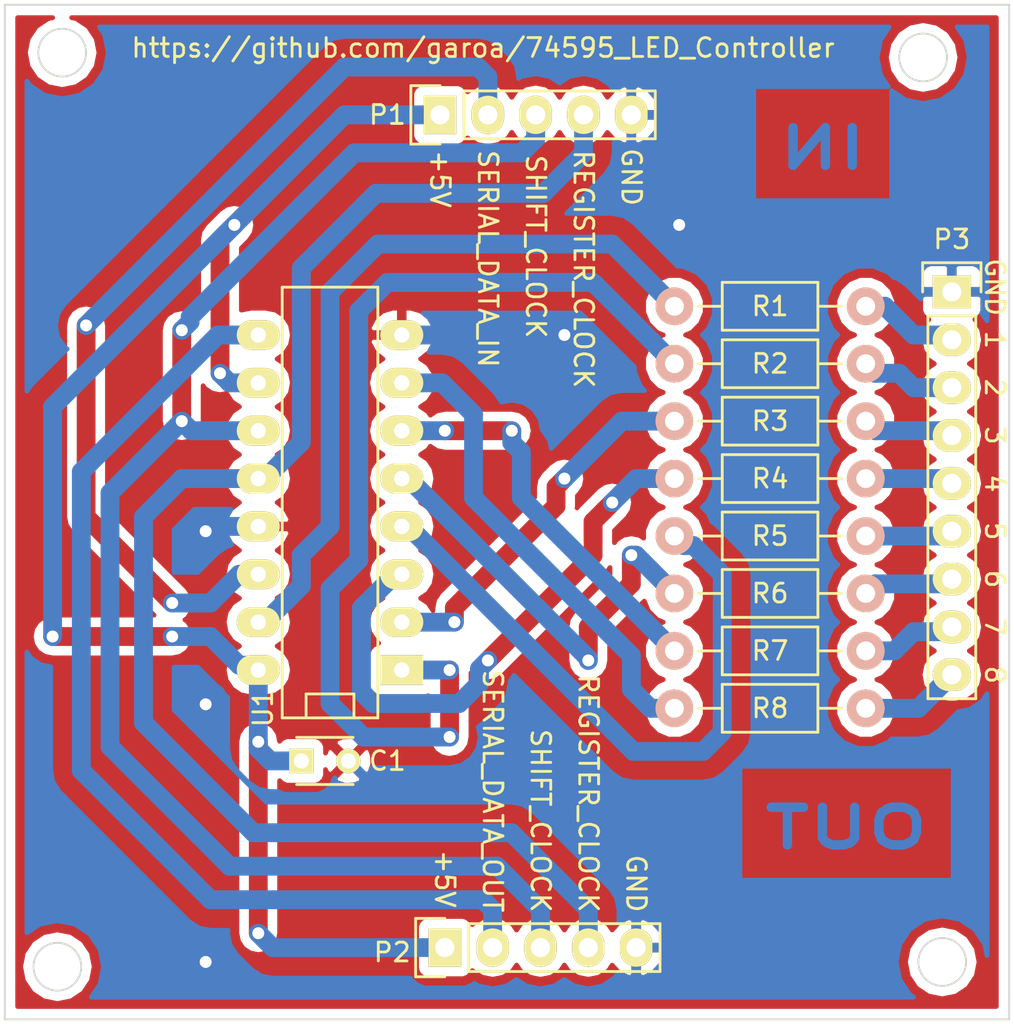
<source format=kicad_pcb>
(kicad_pcb (version 4) (host pcbnew "(2014-jul-16 BZR unknown)-product")

  (general
    (links 31)
    (no_connects 0)
    (area 102.819999 126.187999 156.260001 180.136001)
    (thickness 1.6)
    (drawings 31)
    (tracks 204)
    (zones 0)
    (modules 13)
    (nets 23)
  )

  (page A4)
  (layers
    (0 F.Cu signal)
    (31 B.Cu signal)
    (32 B.Adhes user)
    (33 F.Adhes user)
    (34 B.Paste user)
    (35 F.Paste user)
    (36 B.SilkS user)
    (37 F.SilkS user)
    (38 B.Mask user)
    (39 F.Mask user)
    (40 Dwgs.User user)
    (41 Cmts.User user)
    (42 Eco1.User user)
    (43 Eco2.User user)
    (44 Edge.Cuts user)
    (45 Margin user)
    (46 B.CrtYd user)
    (47 F.CrtYd user)
    (48 B.Fab user)
    (49 F.Fab user)
  )

  (setup
    (last_trace_width 1)
    (user_trace_width 1)
    (trace_clearance 0.254)
    (zone_clearance 0.508)
    (zone_45_only no)
    (trace_min 0.254)
    (segment_width 0.2)
    (edge_width 0.1)
    (via_size 0.889)
    (via_drill 0.635)
    (via_min_size 0.889)
    (via_min_drill 0.508)
    (uvia_size 0.508)
    (uvia_drill 0.127)
    (uvias_allowed no)
    (uvia_min_size 0.508)
    (uvia_min_drill 0.127)
    (pcb_text_width 0.3)
    (pcb_text_size 1.5 1.5)
    (mod_edge_width 0.15)
    (mod_text_size 1 1)
    (mod_text_width 0.15)
    (pad_size 1.5 1.5)
    (pad_drill 0.6)
    (pad_to_mask_clearance 0)
    (aux_axis_origin 0 0)
    (visible_elements FFFFFF7F)
    (pcbplotparams
      (layerselection 0x00030_80000001)
      (usegerberextensions false)
      (excludeedgelayer true)
      (linewidth 0.100000)
      (plotframeref false)
      (viasonmask false)
      (mode 1)
      (useauxorigin false)
      (hpglpennumber 1)
      (hpglpenspeed 20)
      (hpglpendiameter 15)
      (hpglpenoverlay 2)
      (psnegative false)
      (psa4output false)
      (plotreference true)
      (plotvalue true)
      (plotinvisibletext false)
      (padsonsilk false)
      (subtractmaskfromsilk false)
      (outputformat 1)
      (mirror false)
      (drillshape 1)
      (scaleselection 1)
      (outputdirectory ""))
  )

  (net 0 "")
  (net 1 SERIAL_DATA_INPUT)
  (net 2 SHIFT_CLOCK)
  (net 3 REGISTER_CLOCK)
  (net 4 GND)
  (net 5 SERIAL_DATA_OUTPUT)
  (net 6 "Net-(P3-Pad2)")
  (net 7 "Net-(P3-Pad3)")
  (net 8 "Net-(P3-Pad4)")
  (net 9 "Net-(P3-Pad5)")
  (net 10 "Net-(P3-Pad6)")
  (net 11 "Net-(P3-Pad7)")
  (net 12 "Net-(P3-Pad8)")
  (net 13 "Net-(P3-Pad9)")
  (net 14 "Net-(R1-Pad2)")
  (net 15 "Net-(R2-Pad2)")
  (net 16 "Net-(R3-Pad2)")
  (net 17 "Net-(R4-Pad2)")
  (net 18 "Net-(R5-Pad2)")
  (net 19 "Net-(R6-Pad2)")
  (net 20 "Net-(R7-Pad2)")
  (net 21 "Net-(R8-Pad2)")
  (net 22 +5V)

  (net_class Default "This is the default net class."
    (clearance 0.254)
    (trace_width 0.254)
    (via_dia 0.889)
    (via_drill 0.635)
    (uvia_dia 0.508)
    (uvia_drill 0.127)
    (add_net +5V)
    (add_net GND)
    (add_net "Net-(P3-Pad2)")
    (add_net "Net-(P3-Pad3)")
    (add_net "Net-(P3-Pad4)")
    (add_net "Net-(P3-Pad5)")
    (add_net "Net-(P3-Pad6)")
    (add_net "Net-(P3-Pad7)")
    (add_net "Net-(P3-Pad8)")
    (add_net "Net-(P3-Pad9)")
    (add_net "Net-(R1-Pad2)")
    (add_net "Net-(R2-Pad2)")
    (add_net "Net-(R3-Pad2)")
    (add_net "Net-(R4-Pad2)")
    (add_net "Net-(R5-Pad2)")
    (add_net "Net-(R6-Pad2)")
    (add_net "Net-(R7-Pad2)")
    (add_net "Net-(R8-Pad2)")
    (add_net REGISTER_CLOCK)
    (add_net SERIAL_DATA_INPUT)
    (add_net SERIAL_DATA_OUTPUT)
    (add_net SHIFT_CLOCK)
  )

  (module Pin_Headers:Pin_Header_Straight_1x05 (layer F.Cu) (tedit 5538EF33) (tstamp 553508FB)
    (at 126.238 176.276 90)
    (descr "Through hole pin header")
    (tags "pin header")
    (path /5534FE21)
    (fp_text reference P2 (at -0.254 -2.794 180) (layer F.SilkS)
      (effects (font (size 1 1) (thickness 0.15)))
    )
    (fp_text value CONN_5 (at 0 -3.1 90) (layer F.Fab) hide
      (effects (font (size 1 1) (thickness 0.15)))
    )
    (fp_line (start -1.55 0) (end -1.55 -1.55) (layer F.SilkS) (width 0.15))
    (fp_line (start -1.55 -1.55) (end 1.55 -1.55) (layer F.SilkS) (width 0.15))
    (fp_line (start 1.55 -1.55) (end 1.55 0) (layer F.SilkS) (width 0.15))
    (fp_line (start -1.75 -1.75) (end -1.75 11.95) (layer F.CrtYd) (width 0.05))
    (fp_line (start 1.75 -1.75) (end 1.75 11.95) (layer F.CrtYd) (width 0.05))
    (fp_line (start -1.75 -1.75) (end 1.75 -1.75) (layer F.CrtYd) (width 0.05))
    (fp_line (start -1.75 11.95) (end 1.75 11.95) (layer F.CrtYd) (width 0.05))
    (fp_line (start 1.27 1.27) (end 1.27 11.43) (layer F.SilkS) (width 0.15))
    (fp_line (start 1.27 11.43) (end -1.27 11.43) (layer F.SilkS) (width 0.15))
    (fp_line (start -1.27 11.43) (end -1.27 1.27) (layer F.SilkS) (width 0.15))
    (fp_line (start 1.27 1.27) (end -1.27 1.27) (layer F.SilkS) (width 0.15))
    (pad 1 thru_hole rect (at 0 0 90) (size 2.032 1.7272) (drill 1.016) (layers *.Cu *.Mask F.SilkS)
      (net 22 +5V))
    (pad 2 thru_hole oval (at 0 2.54 90) (size 2.032 1.7272) (drill 1.016) (layers *.Cu *.Mask F.SilkS)
      (net 5 SERIAL_DATA_OUTPUT))
    (pad 3 thru_hole oval (at 0 5.08 90) (size 2.032 1.7272) (drill 1.016) (layers *.Cu *.Mask F.SilkS)
      (net 2 SHIFT_CLOCK))
    (pad 4 thru_hole oval (at 0 7.62 90) (size 2.032 1.7272) (drill 1.016) (layers *.Cu *.Mask F.SilkS)
      (net 3 REGISTER_CLOCK))
    (pad 5 thru_hole oval (at 0 10.16 90) (size 2.032 1.7272) (drill 1.016) (layers *.Cu *.Mask F.SilkS)
      (net 4 GND))
    (model ../../../../../usr/local/share/kicad/modules/packages3d/pin_array/pins_array_female_5x1.wrl
      (at (xyz 0 -0.2 0))
      (scale (xyz 1 1 1))
      (rotate (xyz 0 0 90))
    )
  )

  (module Pin_Headers:Pin_Header_Straight_1x05 (layer F.Cu) (tedit 5538EF3A) (tstamp 55350DAD)
    (at 125.984 132.08 90)
    (descr "Through hole pin header")
    (tags "pin header")
    (path /5534FBA9)
    (fp_text reference P1 (at 0 -2.794 180) (layer F.SilkS)
      (effects (font (size 1 1) (thickness 0.15)))
    )
    (fp_text value CONN_5 (at 0 -3.1 90) (layer F.Fab) hide
      (effects (font (size 1 1) (thickness 0.15)))
    )
    (fp_line (start -1.55 0) (end -1.55 -1.55) (layer F.SilkS) (width 0.15))
    (fp_line (start -1.55 -1.55) (end 1.55 -1.55) (layer F.SilkS) (width 0.15))
    (fp_line (start 1.55 -1.55) (end 1.55 0) (layer F.SilkS) (width 0.15))
    (fp_line (start -1.75 -1.75) (end -1.75 11.95) (layer F.CrtYd) (width 0.05))
    (fp_line (start 1.75 -1.75) (end 1.75 11.95) (layer F.CrtYd) (width 0.05))
    (fp_line (start -1.75 -1.75) (end 1.75 -1.75) (layer F.CrtYd) (width 0.05))
    (fp_line (start -1.75 11.95) (end 1.75 11.95) (layer F.CrtYd) (width 0.05))
    (fp_line (start 1.27 1.27) (end 1.27 11.43) (layer F.SilkS) (width 0.15))
    (fp_line (start 1.27 11.43) (end -1.27 11.43) (layer F.SilkS) (width 0.15))
    (fp_line (start -1.27 11.43) (end -1.27 1.27) (layer F.SilkS) (width 0.15))
    (fp_line (start 1.27 1.27) (end -1.27 1.27) (layer F.SilkS) (width 0.15))
    (pad 1 thru_hole rect (at 0 0 90) (size 2.032 1.7272) (drill 1.016) (layers *.Cu *.Mask F.SilkS)
      (net 22 +5V))
    (pad 2 thru_hole oval (at 0 2.54 90) (size 2.032 1.7272) (drill 1.016) (layers *.Cu *.Mask F.SilkS)
      (net 1 SERIAL_DATA_INPUT))
    (pad 3 thru_hole oval (at 0 5.08 90) (size 2.032 1.7272) (drill 1.016) (layers *.Cu *.Mask F.SilkS)
      (net 2 SHIFT_CLOCK))
    (pad 4 thru_hole oval (at 0 7.62 90) (size 2.032 1.7272) (drill 1.016) (layers *.Cu *.Mask F.SilkS)
      (net 3 REGISTER_CLOCK))
    (pad 5 thru_hole oval (at 0 10.16 90) (size 2.032 1.7272) (drill 1.016) (layers *.Cu *.Mask F.SilkS)
      (net 4 GND))
    (model ../../../../../usr/local/share/kicad/modules/packages3d/pin_array/pins_array_female_5x1.wrl
      (at (xyz 0 -0.2 0))
      (scale (xyz 1 1 1))
      (rotate (xyz 0 0 90))
    )
  )

  (module Pin_Headers:Pin_Header_Straight_1x09 (layer F.Cu) (tedit 5538DE17) (tstamp 55350913)
    (at 153.162 141.478)
    (descr "Through hole pin header")
    (tags "pin header")
    (path /55350451)
    (fp_text reference P3 (at 0 -2.794) (layer F.SilkS)
      (effects (font (size 1 1) (thickness 0.15)))
    )
    (fp_text value CONN_9 (at 0 -3.1) (layer F.Fab) hide
      (effects (font (size 1 1) (thickness 0.15)))
    )
    (fp_line (start -1.75 -1.75) (end -1.75 22.1) (layer F.CrtYd) (width 0.05))
    (fp_line (start 1.75 -1.75) (end 1.75 22.1) (layer F.CrtYd) (width 0.05))
    (fp_line (start -1.75 -1.75) (end 1.75 -1.75) (layer F.CrtYd) (width 0.05))
    (fp_line (start -1.75 22.1) (end 1.75 22.1) (layer F.CrtYd) (width 0.05))
    (fp_line (start 1.27 1.27) (end 1.27 21.59) (layer F.SilkS) (width 0.15))
    (fp_line (start 1.27 21.59) (end -1.27 21.59) (layer F.SilkS) (width 0.15))
    (fp_line (start -1.27 21.59) (end -1.27 1.27) (layer F.SilkS) (width 0.15))
    (fp_line (start 1.55 -1.55) (end 1.55 0) (layer F.SilkS) (width 0.15))
    (fp_line (start 1.27 1.27) (end -1.27 1.27) (layer F.SilkS) (width 0.15))
    (fp_line (start -1.55 0) (end -1.55 -1.55) (layer F.SilkS) (width 0.15))
    (fp_line (start -1.55 -1.55) (end 1.55 -1.55) (layer F.SilkS) (width 0.15))
    (pad 1 thru_hole rect (at 0 0) (size 2.032 1.7272) (drill 1.016) (layers *.Cu *.Mask F.SilkS)
      (net 4 GND))
    (pad 2 thru_hole oval (at 0 2.54) (size 2.032 1.7272) (drill 1.016) (layers *.Cu *.Mask F.SilkS)
      (net 6 "Net-(P3-Pad2)"))
    (pad 3 thru_hole oval (at 0 5.08) (size 2.032 1.7272) (drill 1.016) (layers *.Cu *.Mask F.SilkS)
      (net 7 "Net-(P3-Pad3)"))
    (pad 4 thru_hole oval (at 0 7.62) (size 2.032 1.7272) (drill 1.016) (layers *.Cu *.Mask F.SilkS)
      (net 8 "Net-(P3-Pad4)"))
    (pad 5 thru_hole oval (at 0 10.16) (size 2.032 1.7272) (drill 1.016) (layers *.Cu *.Mask F.SilkS)
      (net 9 "Net-(P3-Pad5)"))
    (pad 6 thru_hole oval (at 0 12.7) (size 2.032 1.7272) (drill 1.016) (layers *.Cu *.Mask F.SilkS)
      (net 10 "Net-(P3-Pad6)"))
    (pad 7 thru_hole oval (at 0 15.24) (size 2.032 1.7272) (drill 1.016) (layers *.Cu *.Mask F.SilkS)
      (net 11 "Net-(P3-Pad7)"))
    (pad 8 thru_hole oval (at 0 17.78) (size 2.032 1.7272) (drill 1.016) (layers *.Cu *.Mask F.SilkS)
      (net 12 "Net-(P3-Pad8)"))
    (pad 9 thru_hole oval (at 0 20.32) (size 2.032 1.7272) (drill 1.016) (layers *.Cu *.Mask F.SilkS)
      (net 13 "Net-(P3-Pad9)"))
    (model ../../../../../usr/local/share/kicad/modules/packages3d/pin_array/pins_array_female_5x1.wrl
      (at (xyz 0 -0.2 0))
      (scale (xyz 1 1 1))
      (rotate (xyz 0 0 90))
    )
    (model ../../../../../usr/local/share/kicad/modules/packages3d/pin_array/pins_array_female_5x1.wrl
      (at (xyz 0 -0.6 0))
      (scale (xyz 1 1 1))
      (rotate (xyz 0 0 90))
    )
  )

  (module Resistors_ThroughHole:Resistor_Horizontal_RM10mm (layer F.Cu) (tedit 5538DE0E) (tstamp 5535091F)
    (at 143.51 142.24 180)
    (descr "Resistor, Axial,  RM 10mm, 1/3W,")
    (tags "Resistor, Axial, RM 10mm, 1/3W,")
    (path /553500A7)
    (fp_text reference R1 (at 0 0 180) (layer F.SilkS)
      (effects (font (size 1 1) (thickness 0.15)))
    )
    (fp_text value R (at 3.81 3.81 180) (layer F.Fab) hide
      (effects (font (size 1 1) (thickness 0.15)))
    )
    (fp_line (start -2.54 -1.27) (end 2.54 -1.27) (layer F.SilkS) (width 0.15))
    (fp_line (start 2.54 -1.27) (end 2.54 1.27) (layer F.SilkS) (width 0.15))
    (fp_line (start 2.54 1.27) (end -2.54 1.27) (layer F.SilkS) (width 0.15))
    (fp_line (start -2.54 1.27) (end -2.54 -1.27) (layer F.SilkS) (width 0.15))
    (fp_line (start -2.54 0) (end -3.81 0) (layer F.SilkS) (width 0.15))
    (fp_line (start 2.54 0) (end 3.81 0) (layer F.SilkS) (width 0.15))
    (pad 1 thru_hole circle (at -5.08 0 180) (size 1.99898 1.99898) (drill 1.00076) (layers *.Cu *.SilkS *.Mask)
      (net 6 "Net-(P3-Pad2)"))
    (pad 2 thru_hole circle (at 5.08 0 180) (size 1.99898 1.99898) (drill 1.00076) (layers *.Cu *.SilkS *.Mask)
      (net 14 "Net-(R1-Pad2)"))
    (model ../../../../../usr/local/share/kicad/modules/packages3d/discret/resistors/horizontal/r_h_220R.wrl
      (at (xyz 0 0 0))
      (scale (xyz 0.39 0.39 0.39))
      (rotate (xyz 0 0 0))
    )
  )

  (module Resistors_ThroughHole:Resistor_Horizontal_RM10mm (layer F.Cu) (tedit 5538DE09) (tstamp 5535092B)
    (at 143.51 145.288 180)
    (descr "Resistor, Axial,  RM 10mm, 1/3W,")
    (tags "Resistor, Axial, RM 10mm, 1/3W,")
    (path /5535013C)
    (fp_text reference R2 (at 0 0 180) (layer F.SilkS)
      (effects (font (size 1 1) (thickness 0.15)))
    )
    (fp_text value R (at 3.81 3.81 180) (layer F.Fab) hide
      (effects (font (size 1 1) (thickness 0.15)))
    )
    (fp_line (start -2.54 -1.27) (end 2.54 -1.27) (layer F.SilkS) (width 0.15))
    (fp_line (start 2.54 -1.27) (end 2.54 1.27) (layer F.SilkS) (width 0.15))
    (fp_line (start 2.54 1.27) (end -2.54 1.27) (layer F.SilkS) (width 0.15))
    (fp_line (start -2.54 1.27) (end -2.54 -1.27) (layer F.SilkS) (width 0.15))
    (fp_line (start -2.54 0) (end -3.81 0) (layer F.SilkS) (width 0.15))
    (fp_line (start 2.54 0) (end 3.81 0) (layer F.SilkS) (width 0.15))
    (pad 1 thru_hole circle (at -5.08 0 180) (size 1.99898 1.99898) (drill 1.00076) (layers *.Cu *.SilkS *.Mask)
      (net 7 "Net-(P3-Pad3)"))
    (pad 2 thru_hole circle (at 5.08 0 180) (size 1.99898 1.99898) (drill 1.00076) (layers *.Cu *.SilkS *.Mask)
      (net 15 "Net-(R2-Pad2)"))
    (model ../../../../../usr/local/share/kicad/modules/packages3d/discret/resistors/horizontal/r_h_220R.wrl
      (at (xyz 0 0 0))
      (scale (xyz 0.39 0.39 0.39))
      (rotate (xyz 0 0 0))
    )
  )

  (module Resistors_ThroughHole:Resistor_Horizontal_RM10mm (layer F.Cu) (tedit 5538DE05) (tstamp 55350937)
    (at 143.51 148.336 180)
    (descr "Resistor, Axial,  RM 10mm, 1/3W,")
    (tags "Resistor, Axial, RM 10mm, 1/3W,")
    (path /55350179)
    (fp_text reference R3 (at 0 0 180) (layer F.SilkS)
      (effects (font (size 1 1) (thickness 0.15)))
    )
    (fp_text value R (at 3.81 3.81 180) (layer F.Fab) hide
      (effects (font (size 1 1) (thickness 0.15)))
    )
    (fp_line (start -2.54 -1.27) (end 2.54 -1.27) (layer F.SilkS) (width 0.15))
    (fp_line (start 2.54 -1.27) (end 2.54 1.27) (layer F.SilkS) (width 0.15))
    (fp_line (start 2.54 1.27) (end -2.54 1.27) (layer F.SilkS) (width 0.15))
    (fp_line (start -2.54 1.27) (end -2.54 -1.27) (layer F.SilkS) (width 0.15))
    (fp_line (start -2.54 0) (end -3.81 0) (layer F.SilkS) (width 0.15))
    (fp_line (start 2.54 0) (end 3.81 0) (layer F.SilkS) (width 0.15))
    (pad 1 thru_hole circle (at -5.08 0 180) (size 1.99898 1.99898) (drill 1.00076) (layers *.Cu *.SilkS *.Mask)
      (net 8 "Net-(P3-Pad4)"))
    (pad 2 thru_hole circle (at 5.08 0 180) (size 1.99898 1.99898) (drill 1.00076) (layers *.Cu *.SilkS *.Mask)
      (net 16 "Net-(R3-Pad2)"))
    (model ../../../../../usr/local/share/kicad/modules/packages3d/discret/resistors/horizontal/r_h_220R.wrl
      (at (xyz 0 0 0))
      (scale (xyz 0.39 0.39 0.39))
      (rotate (xyz 0 0 0))
    )
  )

  (module Resistors_ThroughHole:Resistor_Horizontal_RM10mm (layer F.Cu) (tedit 5538DDC1) (tstamp 55350943)
    (at 143.51 151.384 180)
    (descr "Resistor, Axial,  RM 10mm, 1/3W,")
    (tags "Resistor, Axial, RM 10mm, 1/3W,")
    (path /553501AB)
    (fp_text reference R4 (at 0 0 180) (layer F.SilkS)
      (effects (font (size 1 1) (thickness 0.15)))
    )
    (fp_text value R (at 3.81 3.81 180) (layer F.Fab) hide
      (effects (font (size 1 1) (thickness 0.15)))
    )
    (fp_line (start -2.54 -1.27) (end 2.54 -1.27) (layer F.SilkS) (width 0.15))
    (fp_line (start 2.54 -1.27) (end 2.54 1.27) (layer F.SilkS) (width 0.15))
    (fp_line (start 2.54 1.27) (end -2.54 1.27) (layer F.SilkS) (width 0.15))
    (fp_line (start -2.54 1.27) (end -2.54 -1.27) (layer F.SilkS) (width 0.15))
    (fp_line (start -2.54 0) (end -3.81 0) (layer F.SilkS) (width 0.15))
    (fp_line (start 2.54 0) (end 3.81 0) (layer F.SilkS) (width 0.15))
    (pad 1 thru_hole circle (at -5.08 0 180) (size 1.99898 1.99898) (drill 1.00076) (layers *.Cu *.SilkS *.Mask)
      (net 9 "Net-(P3-Pad5)"))
    (pad 2 thru_hole circle (at 5.08 0 180) (size 1.99898 1.99898) (drill 1.00076) (layers *.Cu *.SilkS *.Mask)
      (net 17 "Net-(R4-Pad2)"))
    (model ../../../../../usr/local/share/kicad/modules/packages3d/discret/resistors/horizontal/r_h_220R.wrl
      (at (xyz 0 0 0))
      (scale (xyz 0.39 0.39 0.39))
      (rotate (xyz 0 0 0))
    )
  )

  (module Resistors_ThroughHole:Resistor_Horizontal_RM10mm (layer F.Cu) (tedit 5538DDBA) (tstamp 5535094F)
    (at 143.51 154.432 180)
    (descr "Resistor, Axial,  RM 10mm, 1/3W,")
    (tags "Resistor, Axial, RM 10mm, 1/3W,")
    (path /553501E2)
    (fp_text reference R5 (at 0 0 180) (layer F.SilkS)
      (effects (font (size 1 1) (thickness 0.15)))
    )
    (fp_text value R (at 3.81 3.81 180) (layer F.Fab) hide
      (effects (font (size 1 1) (thickness 0.15)))
    )
    (fp_line (start -2.54 -1.27) (end 2.54 -1.27) (layer F.SilkS) (width 0.15))
    (fp_line (start 2.54 -1.27) (end 2.54 1.27) (layer F.SilkS) (width 0.15))
    (fp_line (start 2.54 1.27) (end -2.54 1.27) (layer F.SilkS) (width 0.15))
    (fp_line (start -2.54 1.27) (end -2.54 -1.27) (layer F.SilkS) (width 0.15))
    (fp_line (start -2.54 0) (end -3.81 0) (layer F.SilkS) (width 0.15))
    (fp_line (start 2.54 0) (end 3.81 0) (layer F.SilkS) (width 0.15))
    (pad 1 thru_hole circle (at -5.08 0 180) (size 1.99898 1.99898) (drill 1.00076) (layers *.Cu *.SilkS *.Mask)
      (net 10 "Net-(P3-Pad6)"))
    (pad 2 thru_hole circle (at 5.08 0 180) (size 1.99898 1.99898) (drill 1.00076) (layers *.Cu *.SilkS *.Mask)
      (net 18 "Net-(R5-Pad2)"))
    (model ../../../../../usr/local/share/kicad/modules/packages3d/discret/resistors/horizontal/r_h_220R.wrl
      (at (xyz 0 0 0))
      (scale (xyz 0.39 0.39 0.39))
      (rotate (xyz 0 0 0))
    )
  )

  (module Resistors_ThroughHole:Resistor_Horizontal_RM10mm (layer F.Cu) (tedit 5538DDFF) (tstamp 5535095B)
    (at 143.51 157.48 180)
    (descr "Resistor, Axial,  RM 10mm, 1/3W,")
    (tags "Resistor, Axial, RM 10mm, 1/3W,")
    (path /55350288)
    (fp_text reference R6 (at 0 0 180) (layer F.SilkS)
      (effects (font (size 1 1) (thickness 0.15)))
    )
    (fp_text value R (at 3.81 3.81 180) (layer F.Fab) hide
      (effects (font (size 1 1) (thickness 0.15)))
    )
    (fp_line (start -2.54 -1.27) (end 2.54 -1.27) (layer F.SilkS) (width 0.15))
    (fp_line (start 2.54 -1.27) (end 2.54 1.27) (layer F.SilkS) (width 0.15))
    (fp_line (start 2.54 1.27) (end -2.54 1.27) (layer F.SilkS) (width 0.15))
    (fp_line (start -2.54 1.27) (end -2.54 -1.27) (layer F.SilkS) (width 0.15))
    (fp_line (start -2.54 0) (end -3.81 0) (layer F.SilkS) (width 0.15))
    (fp_line (start 2.54 0) (end 3.81 0) (layer F.SilkS) (width 0.15))
    (pad 1 thru_hole circle (at -5.08 0 180) (size 1.99898 1.99898) (drill 1.00076) (layers *.Cu *.SilkS *.Mask)
      (net 11 "Net-(P3-Pad7)"))
    (pad 2 thru_hole circle (at 5.08 0 180) (size 1.99898 1.99898) (drill 1.00076) (layers *.Cu *.SilkS *.Mask)
      (net 19 "Net-(R6-Pad2)"))
    (model ../../../../../usr/local/share/kicad/modules/packages3d/discret/resistors/horizontal/r_h_220R.wrl
      (at (xyz 0 0 0))
      (scale (xyz 0.39 0.39 0.39))
      (rotate (xyz 0 0 0))
    )
  )

  (module Resistors_ThroughHole:Resistor_Horizontal_RM10mm (layer F.Cu) (tedit 5538DDFA) (tstamp 55350967)
    (at 143.51 160.528 180)
    (descr "Resistor, Axial,  RM 10mm, 1/3W,")
    (tags "Resistor, Axial, RM 10mm, 1/3W,")
    (path /553502BF)
    (fp_text reference R7 (at 0 0 180) (layer F.SilkS)
      (effects (font (size 1 1) (thickness 0.15)))
    )
    (fp_text value R (at 3.81 3.81 180) (layer F.Fab) hide
      (effects (font (size 1 1) (thickness 0.15)))
    )
    (fp_line (start -2.54 -1.27) (end 2.54 -1.27) (layer F.SilkS) (width 0.15))
    (fp_line (start 2.54 -1.27) (end 2.54 1.27) (layer F.SilkS) (width 0.15))
    (fp_line (start 2.54 1.27) (end -2.54 1.27) (layer F.SilkS) (width 0.15))
    (fp_line (start -2.54 1.27) (end -2.54 -1.27) (layer F.SilkS) (width 0.15))
    (fp_line (start -2.54 0) (end -3.81 0) (layer F.SilkS) (width 0.15))
    (fp_line (start 2.54 0) (end 3.81 0) (layer F.SilkS) (width 0.15))
    (pad 1 thru_hole circle (at -5.08 0 180) (size 1.99898 1.99898) (drill 1.00076) (layers *.Cu *.SilkS *.Mask)
      (net 12 "Net-(P3-Pad8)"))
    (pad 2 thru_hole circle (at 5.08 0 180) (size 1.99898 1.99898) (drill 1.00076) (layers *.Cu *.SilkS *.Mask)
      (net 20 "Net-(R7-Pad2)"))
    (model ../../../../../usr/local/share/kicad/modules/packages3d/discret/resistors/horizontal/r_h_220R.wrl
      (at (xyz 0 0 0))
      (scale (xyz 0.39 0.39 0.39))
      (rotate (xyz 0 0 0))
    )
  )

  (module Resistors_ThroughHole:Resistor_Horizontal_RM10mm (layer F.Cu) (tedit 5538DDEF) (tstamp 55350973)
    (at 143.51 163.576 180)
    (descr "Resistor, Axial,  RM 10mm, 1/3W,")
    (tags "Resistor, Axial, RM 10mm, 1/3W,")
    (path /553502F3)
    (fp_text reference R8 (at 0 0 180) (layer F.SilkS)
      (effects (font (size 1 1) (thickness 0.15)))
    )
    (fp_text value R (at 3.81 3.81 180) (layer F.Fab) hide
      (effects (font (size 1 1) (thickness 0.15)))
    )
    (fp_line (start -2.54 -1.27) (end 2.54 -1.27) (layer F.SilkS) (width 0.15))
    (fp_line (start 2.54 -1.27) (end 2.54 1.27) (layer F.SilkS) (width 0.15))
    (fp_line (start 2.54 1.27) (end -2.54 1.27) (layer F.SilkS) (width 0.15))
    (fp_line (start -2.54 1.27) (end -2.54 -1.27) (layer F.SilkS) (width 0.15))
    (fp_line (start -2.54 0) (end -3.81 0) (layer F.SilkS) (width 0.15))
    (fp_line (start 2.54 0) (end 3.81 0) (layer F.SilkS) (width 0.15))
    (pad 1 thru_hole circle (at -5.08 0 180) (size 1.99898 1.99898) (drill 1.00076) (layers *.Cu *.SilkS *.Mask)
      (net 13 "Net-(P3-Pad9)"))
    (pad 2 thru_hole circle (at 5.08 0 180) (size 1.99898 1.99898) (drill 1.00076) (layers *.Cu *.SilkS *.Mask)
      (net 21 "Net-(R8-Pad2)"))
    (model ../../../../../usr/local/share/kicad/modules/packages3d/discret/resistors/horizontal/r_h_220R.wrl
      (at (xyz 0 0 0))
      (scale (xyz 0.39 0.39 0.39))
      (rotate (xyz 0 0 0))
    )
  )

  (module Sockets_DIP:DIP-16__300_ELL (layer F.Cu) (tedit 5538DDC9) (tstamp 5535098F)
    (at 120.142 152.654 90)
    (descr "16 pins DIL package, elliptical pads")
    (tags DIL)
    (path /5534FB6C)
    (fp_text reference U1 (at -10.922 -3.556 90) (layer F.SilkS)
      (effects (font (size 1 1) (thickness 0.15)))
    )
    (fp_text value 74HC595 (at -6.096 -1.27 90) (layer F.Fab)
      (effects (font (size 1 1) (thickness 0.15)))
    )
    (fp_line (start -11.43 -1.27) (end -11.43 -1.27) (layer F.SilkS) (width 0.15))
    (fp_line (start -11.43 -1.27) (end -10.16 -1.27) (layer F.SilkS) (width 0.15))
    (fp_line (start -10.16 -1.27) (end -10.16 1.27) (layer F.SilkS) (width 0.15))
    (fp_line (start -10.16 1.27) (end -11.43 1.27) (layer F.SilkS) (width 0.15))
    (fp_line (start -11.43 -2.54) (end 11.43 -2.54) (layer F.SilkS) (width 0.15))
    (fp_line (start 11.43 -2.54) (end 11.43 2.54) (layer F.SilkS) (width 0.15))
    (fp_line (start 11.43 2.54) (end -11.43 2.54) (layer F.SilkS) (width 0.15))
    (fp_line (start -11.43 2.54) (end -11.43 -2.54) (layer F.SilkS) (width 0.15))
    (pad 1 thru_hole rect (at -8.89 3.81 90) (size 1.5748 2.286) (drill 0.8128) (layers *.Cu *.Mask F.SilkS)
      (net 15 "Net-(R2-Pad2)"))
    (pad 2 thru_hole oval (at -6.35 3.81 90) (size 1.5748 2.286) (drill 0.8128) (layers *.Cu *.Mask F.SilkS)
      (net 16 "Net-(R3-Pad2)"))
    (pad 3 thru_hole oval (at -3.81 3.81 90) (size 1.5748 2.286) (drill 0.8128) (layers *.Cu *.Mask F.SilkS)
      (net 17 "Net-(R4-Pad2)"))
    (pad 4 thru_hole oval (at -1.27 3.81 90) (size 1.5748 2.286) (drill 0.8128) (layers *.Cu *.Mask F.SilkS)
      (net 18 "Net-(R5-Pad2)"))
    (pad 5 thru_hole oval (at 1.27 3.81 90) (size 1.5748 2.286) (drill 0.8128) (layers *.Cu *.Mask F.SilkS)
      (net 19 "Net-(R6-Pad2)"))
    (pad 6 thru_hole oval (at 3.81 3.81 90) (size 1.5748 2.286) (drill 0.8128) (layers *.Cu *.Mask F.SilkS)
      (net 20 "Net-(R7-Pad2)"))
    (pad 7 thru_hole oval (at 6.35 3.81 90) (size 1.5748 2.286) (drill 0.8128) (layers *.Cu *.Mask F.SilkS)
      (net 21 "Net-(R8-Pad2)"))
    (pad 8 thru_hole oval (at 8.89 3.81 90) (size 1.5748 2.286) (drill 0.8128) (layers *.Cu *.Mask F.SilkS)
      (net 4 GND))
    (pad 9 thru_hole oval (at 8.89 -3.81 90) (size 1.5748 2.286) (drill 0.8128) (layers *.Cu *.Mask F.SilkS)
      (net 5 SERIAL_DATA_OUTPUT))
    (pad 10 thru_hole oval (at 6.35 -3.81 90) (size 1.5748 2.286) (drill 0.8128) (layers *.Cu *.Mask F.SilkS)
      (net 22 +5V))
    (pad 11 thru_hole oval (at 3.81 -3.81 90) (size 1.5748 2.286) (drill 0.8128) (layers *.Cu *.Mask F.SilkS)
      (net 2 SHIFT_CLOCK))
    (pad 12 thru_hole oval (at 1.27 -3.81 90) (size 1.5748 2.286) (drill 0.8128) (layers *.Cu *.Mask F.SilkS)
      (net 3 REGISTER_CLOCK))
    (pad 13 thru_hole oval (at -1.27 -3.81 90) (size 1.5748 2.286) (drill 0.8128) (layers *.Cu *.Mask F.SilkS)
      (net 4 GND))
    (pad 14 thru_hole oval (at -3.81 -3.81 90) (size 1.5748 2.286) (drill 0.8128) (layers *.Cu *.Mask F.SilkS)
      (net 1 SERIAL_DATA_INPUT))
    (pad 15 thru_hole oval (at -6.35 -3.81 90) (size 1.5748 2.286) (drill 0.8128) (layers *.Cu *.Mask F.SilkS)
      (net 14 "Net-(R1-Pad2)"))
    (pad 16 thru_hole oval (at -8.89 -3.81 90) (size 1.5748 2.286) (drill 0.8128) (layers *.Cu *.Mask F.SilkS)
      (net 22 +5V))
    (model ../../../../../usr/local/share/kicad/modules/packages3d/dil/dil_16.wrl
      (at (xyz 0 0 0))
      (scale (xyz 1 1 1))
      (rotate (xyz 0 0 0))
    )
  )

  (module Capacitors_ThroughHole:C_Disc_D3_P2.5 (layer F.Cu) (tedit 5538DDD2) (tstamp 5535362F)
    (at 118.618 166.37)
    (descr "Capacitor 3mm Disc, Pitch 2.5mm")
    (tags Capacitor)
    (path /55353513)
    (fp_text reference C1 (at 4.572 0) (layer F.SilkS)
      (effects (font (size 1 1) (thickness 0.15)))
    )
    (fp_text value C (at 1.25 2.5) (layer F.Fab) hide
      (effects (font (size 1 1) (thickness 0.15)))
    )
    (fp_line (start -0.9 -1.5) (end 3.4 -1.5) (layer F.CrtYd) (width 0.05))
    (fp_line (start 3.4 -1.5) (end 3.4 1.5) (layer F.CrtYd) (width 0.05))
    (fp_line (start 3.4 1.5) (end -0.9 1.5) (layer F.CrtYd) (width 0.05))
    (fp_line (start -0.9 1.5) (end -0.9 -1.5) (layer F.CrtYd) (width 0.05))
    (fp_line (start -0.25 -1.25) (end 2.75 -1.25) (layer F.SilkS) (width 0.15))
    (fp_line (start 2.75 1.25) (end -0.25 1.25) (layer F.SilkS) (width 0.15))
    (pad 1 thru_hole rect (at 0 0) (size 1.3 1.3) (drill 0.8) (layers *.Cu *.Mask F.SilkS)
      (net 22 +5V))
    (pad 2 thru_hole circle (at 2.5 0) (size 1.3 1.3) (drill 0.8001) (layers *.Cu *.Mask F.SilkS)
      (net 4 GND))
    (model ../../../../../usr/local/share/kicad/modules/packages3d/discret/capacitor/cnp_3mm_disc.wrl
      (at (xyz 0.05 0 0))
      (scale (xyz 1 1 1))
      (rotate (xyz 0 0 0))
    )
  )

  (gr_text https://github.com/garoa/74595_LED_Controller (at 128.27 128.524) (layer F.SilkS)
    (effects (font (size 1 1) (thickness 0.15)))
  )
  (gr_text +5V (at 126.238 174.244 270) (layer F.SilkS)
    (effects (font (size 1 1) (thickness 0.15)) (justify right))
  )
  (gr_text GND (at 136.398 174.498 270) (layer F.SilkS)
    (effects (font (size 1 1) (thickness 0.15)) (justify right))
  )
  (gr_text REGISTER_CLOCK (at 133.858 174.498 270) (layer F.SilkS)
    (effects (font (size 1 1) (thickness 0.15)) (justify right))
  )
  (gr_text SHIFT_CLOCK (at 131.318 174.498 270) (layer F.SilkS)
    (effects (font (size 1 1) (thickness 0.15)) (justify right))
  )
  (gr_text SERIAL_DATA_OUT (at 128.778 174.498 270) (layer F.SilkS)
    (effects (font (size 1 1) (thickness 0.15)) (justify right))
  )
  (gr_text +5V (at 125.984 133.858 270) (layer F.SilkS)
    (effects (font (size 1 1) (thickness 0.15)) (justify left))
  )
  (gr_text SERIAL_DATA_IN (at 128.524 133.858 270) (layer F.SilkS)
    (effects (font (size 1 1) (thickness 0.15)) (justify left))
  )
  (gr_text SHIFT_CLOCK (at 131.064 134.112 270) (layer F.SilkS)
    (effects (font (size 1 1) (thickness 0.15)) (justify left))
  )
  (gr_text REGISTER_CLOCK (at 133.604 133.858 270) (layer F.SilkS)
    (effects (font (size 1 1) (thickness 0.15)) (justify left))
  )
  (gr_text GND (at 136.144 135.382 270) (layer F.SilkS)
    (effects (font (size 1 1) (thickness 0.15)))
  )
  (gr_text 8 (at 155.448 161.798 270) (layer F.SilkS)
    (effects (font (size 1 1) (thickness 0.15)))
  )
  (gr_text 7 (at 155.448 159.258 270) (layer F.SilkS)
    (effects (font (size 1 1) (thickness 0.15)))
  )
  (gr_text 6 (at 155.448 156.718 270) (layer F.SilkS)
    (effects (font (size 1 1) (thickness 0.15)))
  )
  (gr_text 5 (at 155.448 154.178 270) (layer F.SilkS)
    (effects (font (size 1 1) (thickness 0.15)))
  )
  (gr_text 4 (at 155.448 151.638 270) (layer F.SilkS)
    (effects (font (size 1 1) (thickness 0.15)))
  )
  (gr_text 3 (at 155.448 149.098 270) (layer F.SilkS)
    (effects (font (size 1 1) (thickness 0.15)))
  )
  (gr_text 2 (at 155.448 146.558 270) (layer F.SilkS)
    (effects (font (size 1 1) (thickness 0.15)))
  )
  (gr_text 1 (at 155.448 144.018 270) (layer F.SilkS)
    (effects (font (size 1 1) (thickness 0.15)))
  )
  (gr_text GND (at 155.448 141.224 270) (layer F.SilkS)
    (effects (font (size 1 1) (thickness 0.15)))
  )
  (gr_circle (center 105.664 177.292) (end 106.934 177.292) (layer Edge.Cuts) (width 0.1))
  (gr_circle (center 105.918 128.778) (end 107.188 128.778) (layer Edge.Cuts) (width 0.1))
  (gr_circle (center 151.638 129.032) (end 152.908 129.032) (layer Edge.Cuts) (width 0.1))
  (gr_line (start 156.21 178.816) (end 156.21 180.086) (layer Edge.Cuts) (width 0.1))
  (gr_line (start 156.21 126.238) (end 156.21 178.816) (layer Edge.Cuts) (width 0.1))
  (gr_line (start 102.87 126.238) (end 156.21 126.238) (layer Edge.Cuts) (width 0.1) (tstamp 5538F156))
  (gr_line (start 102.87 180.086) (end 102.87 126.238) (layer Edge.Cuts) (width 0.1))
  (gr_line (start 156.21 180.086) (end 102.87 180.086) (layer Edge.Cuts) (width 0.1) (tstamp 5538F0D7))
  (gr_circle (center 152.654 177.038) (end 153.416 178.054) (layer Edge.Cuts) (width 0.1))
  (gr_text IN (at 146.304 133.858) (layer B.Cu)
    (effects (font (size 2 3) (thickness 0.5)) (justify mirror))
  )
  (gr_text OUT (at 147.574 169.926) (layer B.Cu) (tstamp 5535257C)
    (effects (font (size 2 3) (thickness 0.5)) (justify mirror))
  )

  (segment (start 107.188 143.884617) (end 107.188 143.256) (width 1) (layer F.Cu) (net 1))
  (segment (start 107.188 153.416) (end 107.188 143.884617) (width 1) (layer F.Cu) (net 1))
  (segment (start 107.632499 142.811501) (end 107.188 143.256) (width 1) (layer B.Cu) (net 1))
  (segment (start 111.76 157.988) (end 107.188 153.416) (width 1) (layer F.Cu) (net 1))
  (segment (start 120.904 129.54) (end 107.632499 142.811501) (width 1) (layer B.Cu) (net 1))
  (segment (start 128.524 132.08) (end 128.524 130.064) (width 1) (layer B.Cu) (net 1))
  (segment (start 128.524 130.064) (end 128 129.54) (width 1) (layer B.Cu) (net 1))
  (segment (start 128 129.54) (end 120.904 129.54) (width 1) (layer B.Cu) (net 1))
  (via (at 107.188 143.256) (size 0.889) (drill 0.635) (layers F.Cu B.Cu) (net 1))
  (segment (start 116.332 156.464) (end 115.316 156.464) (width 1) (layer B.Cu) (net 1))
  (segment (start 115.316 156.464) (end 113.792 157.988) (width 1) (layer B.Cu) (net 1))
  (segment (start 113.792 157.988) (end 111.76 157.988) (width 1) (layer B.Cu) (net 1))
  (via (at 111.76 157.988) (size 0.889) (drill 0.635) (layers F.Cu B.Cu) (net 1))
  (segment (start 114.808 171.958) (end 129.016 171.958) (width 1) (layer B.Cu) (net 2))
  (segment (start 129.016 171.958) (end 131.318 174.26) (width 1) (layer B.Cu) (net 2))
  (segment (start 131.318 174.26) (end 131.318 176.276) (width 1) (layer B.Cu) (net 2))
  (segment (start 112.268 143.51) (end 112.712499 143.065501) (width 1) (layer B.Cu) (net 2))
  (segment (start 112.712499 143.065501) (end 112.712499 142.811501) (width 1) (layer B.Cu) (net 2))
  (segment (start 112.712499 142.811501) (end 121.428 134.096) (width 1) (layer B.Cu) (net 2))
  (segment (start 121.428 134.096) (end 130.318 134.096) (width 1) (layer B.Cu) (net 2))
  (segment (start 130.318 134.096) (end 131.064 133.35) (width 1) (layer B.Cu) (net 2))
  (segment (start 131.064 133.35) (end 131.064 132.08) (width 1) (layer B.Cu) (net 2))
  (segment (start 114.808 171.958) (end 108.458 165.608) (width 1) (layer B.Cu) (net 2))
  (segment (start 108.458 152.146) (end 112.268 148.336) (width 1) (layer B.Cu) (net 2))
  (segment (start 108.458 165.608) (end 108.458 152.146) (width 1) (layer B.Cu) (net 2))
  (segment (start 116.332 148.844) (end 112.776 148.844) (width 1) (layer B.Cu) (net 2))
  (segment (start 112.776 148.844) (end 112.268 148.336) (width 1) (layer B.Cu) (net 2))
  (segment (start 112.268 143.51) (end 112.268 148.336) (width 1) (layer F.Cu) (net 2))
  (via (at 112.268 148.336) (size 0.889) (drill 0.635) (layers F.Cu B.Cu) (net 2))
  (via (at 112.268 143.51) (size 0.889) (drill 0.635) (layers F.Cu B.Cu) (net 2))
  (segment (start 116.078 170.18) (end 129.778 170.18) (width 1) (layer B.Cu) (net 3))
  (segment (start 129.778 170.18) (end 133.858 174.26) (width 1) (layer B.Cu) (net 3))
  (segment (start 133.858 174.26) (end 133.858 176.276) (width 1) (layer B.Cu) (net 3))
  (segment (start 131.468969 136.247031) (end 133.604 134.112) (width 1) (layer B.Cu) (net 3))
  (segment (start 133.604 134.112) (end 133.604 132.08) (width 1) (layer B.Cu) (net 3))
  (segment (start 122.578969 136.247031) (end 131.468969 136.247031) (width 1) (layer B.Cu) (net 3))
  (segment (start 110.236 164.338) (end 110.236 153.416) (width 1) (layer B.Cu) (net 3))
  (segment (start 116.078 170.18) (end 110.236 164.338) (width 1) (layer B.Cu) (net 3))
  (segment (start 112.268 151.384) (end 116.332 151.384) (width 1) (layer B.Cu) (net 3))
  (segment (start 110.236 153.416) (end 112.268 151.384) (width 1) (layer B.Cu) (net 3))
  (segment (start 118.618 149.4536) (end 116.6876 151.384) (width 1) (layer B.Cu) (net 3))
  (segment (start 118.618 140.208) (end 118.618 149.4536) (width 1) (layer B.Cu) (net 3))
  (segment (start 122.578969 136.247031) (end 118.618 140.208) (width 1) (layer B.Cu) (net 3))
  (segment (start 116.6876 151.384) (end 116.332 151.384) (width 1) (layer B.Cu) (net 3))
  (segment (start 113.538 159.004) (end 113.538 163.36403) (width 1) (layer F.Cu) (net 4))
  (segment (start 113.538 164.084) (end 113.538 163.36403) (width 1) (layer F.Cu) (net 4))
  (via (at 113.538 163.36403) (size 0.889) (drill 0.635) (layers F.Cu B.Cu) (net 4))
  (segment (start 113.538 164.084) (end 113.538 177.038) (width 1) (layer F.Cu) (net 4))
  (via (at 113.538 177.038) (size 0.889) (drill 0.635) (layers F.Cu B.Cu) (net 4))
  (segment (start 113.538 154.178) (end 113.538 159.004) (width 1) (layer F.Cu) (net 4))
  (segment (start 116.332 153.924) (end 113.792 153.924) (width 1) (layer B.Cu) (net 4))
  (segment (start 113.792 153.924) (end 113.538 154.178) (width 1) (layer B.Cu) (net 4))
  (segment (start 132.842 143.764) (end 132.588 143.764) (width 1) (layer F.Cu) (net 4))
  (segment (start 138.684 137.922) (end 132.842 143.764) (width 1) (layer F.Cu) (net 4))
  (segment (start 123.952 143.764) (end 132.588 143.764) (width 1) (layer B.Cu) (net 4))
  (via (at 132.588 143.764) (size 0.889) (drill 0.635) (layers F.Cu B.Cu) (net 4))
  (via (at 138.684 137.922) (size 0.889) (drill 0.635) (layers F.Cu B.Cu) (net 4))
  (via (at 113.538 154.178) (size 0.889) (drill 0.635) (layers F.Cu B.Cu) (net 4))
  (segment (start 116.332 143.764) (end 114.189 143.764) (width 1) (layer B.Cu) (net 5))
  (segment (start 106.934 166.878) (end 113.792 173.736) (width 1) (layer B.Cu) (net 5))
  (segment (start 128.778 174.26) (end 128.778 176.276) (width 1) (layer B.Cu) (net 5))
  (segment (start 114.189 143.764) (end 106.934 151.019) (width 1) (layer B.Cu) (net 5))
  (segment (start 106.934 151.019) (end 106.934 166.878) (width 1) (layer B.Cu) (net 5))
  (segment (start 113.792 173.736) (end 128.254 173.736) (width 1) (layer B.Cu) (net 5))
  (segment (start 128.254 173.736) (end 128.778 174.26) (width 1) (layer B.Cu) (net 5))
  (segment (start 148.59 142.24) (end 149.606 142.24) (width 1) (layer B.Cu) (net 6))
  (segment (start 149.606 142.24) (end 151.13 143.764) (width 1) (layer B.Cu) (net 6))
  (segment (start 152.908 143.764) (end 153.162 144.018) (width 1) (layer B.Cu) (net 6))
  (segment (start 151.13 143.764) (end 152.908 143.764) (width 1) (layer B.Cu) (net 6))
  (segment (start 148.59 145.288) (end 149.098 145.796) (width 1) (layer B.Cu) (net 7))
  (segment (start 149.098 145.796) (end 150.368 145.796) (width 1) (layer B.Cu) (net 7))
  (segment (start 150.368 145.796) (end 151.13 146.558) (width 1) (layer B.Cu) (net 7))
  (segment (start 151.13 146.558) (end 153.162 146.558) (width 1) (layer B.Cu) (net 7))
  (segment (start 148.59 148.336) (end 149.098 148.844) (width 1) (layer B.Cu) (net 8))
  (segment (start 149.098 148.844) (end 152.908 148.844) (width 1) (layer B.Cu) (net 8))
  (segment (start 152.908 148.844) (end 153.162 149.098) (width 1) (layer B.Cu) (net 8))
  (segment (start 148.59 151.384) (end 152.908 151.384) (width 1) (layer B.Cu) (net 9))
  (segment (start 152.908 151.384) (end 153.162 151.638) (width 1) (layer B.Cu) (net 9))
  (segment (start 148.59 154.432) (end 152.908 154.432) (width 1) (layer B.Cu) (net 10))
  (segment (start 152.908 154.432) (end 153.162 154.178) (width 1) (layer B.Cu) (net 10))
  (segment (start 148.59 157.48) (end 149.098 156.972) (width 1) (layer B.Cu) (net 11))
  (segment (start 149.098 156.972) (end 152.908 156.972) (width 1) (layer B.Cu) (net 11))
  (segment (start 152.908 156.972) (end 153.162 156.718) (width 1) (layer B.Cu) (net 11))
  (segment (start 148.59 160.528) (end 150.114 160.528) (width 1) (layer B.Cu) (net 12))
  (segment (start 150.114 160.528) (end 151.13 159.512) (width 1) (layer B.Cu) (net 12))
  (segment (start 151.13 159.512) (end 152.908 159.512) (width 1) (layer B.Cu) (net 12))
  (segment (start 152.908 159.512) (end 153.162 159.258) (width 1) (layer B.Cu) (net 12))
  (segment (start 148.59 163.576) (end 151.384 163.576) (width 1) (layer B.Cu) (net 13))
  (segment (start 151.384 163.576) (end 153.162 161.798) (width 1) (layer B.Cu) (net 13))
  (segment (start 138.43 142.24) (end 135.128 138.938) (width 1) (layer B.Cu) (net 14))
  (segment (start 135.128 138.938) (end 122.682 138.938) (width 1) (layer B.Cu) (net 14))
  (segment (start 122.682 138.938) (end 120.142 141.478) (width 1) (layer B.Cu) (net 14))
  (segment (start 120.142 153.924) (end 118.618 155.448) (width 1) (layer B.Cu) (net 14))
  (segment (start 120.142 141.478) (end 120.142 153.924) (width 1) (layer B.Cu) (net 14))
  (segment (start 118.618 155.448) (end 118.618 157.0736) (width 1) (layer B.Cu) (net 14))
  (segment (start 118.618 157.0736) (end 116.6876 159.004) (width 1) (layer B.Cu) (net 14))
  (segment (start 116.6876 159.004) (end 116.332 159.004) (width 1) (layer B.Cu) (net 14))
  (segment (start 126.492 161.544) (end 126.492 164.084) (width 1) (layer F.Cu) (net 15))
  (segment (start 126.492 164.084) (end 126.492 165.1) (width 1) (layer F.Cu) (net 15))
  (segment (start 121.92 165.1) (end 125.863383 165.1) (width 1) (layer B.Cu) (net 15))
  (segment (start 120.142 163.322) (end 121.92 165.1) (width 1) (layer B.Cu) (net 15))
  (segment (start 121.666 155.702) (end 120.142 157.226) (width 1) (layer B.Cu) (net 15))
  (segment (start 120.142 157.226) (end 120.142 163.322) (width 1) (layer B.Cu) (net 15))
  (segment (start 123.19 140.97) (end 121.666 142.494) (width 1) (layer B.Cu) (net 15))
  (segment (start 125.863383 165.1) (end 126.492 165.1) (width 1) (layer B.Cu) (net 15))
  (segment (start 121.666 142.494) (end 121.666 155.702) (width 1) (layer B.Cu) (net 15))
  (segment (start 134.112 140.97) (end 123.19 140.97) (width 1) (layer B.Cu) (net 15))
  (segment (start 138.43 145.288) (end 134.112 140.97) (width 1) (layer B.Cu) (net 15))
  (via (at 126.492 165.1) (size 0.889) (drill 0.635) (layers F.Cu B.Cu) (net 15))
  (segment (start 123.952 161.544) (end 126.492 161.544) (width 1) (layer B.Cu) (net 15))
  (via (at 126.492 161.544) (size 0.889) (drill 0.635) (layers F.Cu B.Cu) (net 15))
  (segment (start 126.746 159.004) (end 126.746 158.242) (width 1) (layer F.Cu) (net 16))
  (segment (start 126.746 158.242) (end 132.143501 152.844499) (width 1) (layer F.Cu) (net 16))
  (segment (start 132.143501 152.844499) (end 132.143501 151.828499) (width 1) (layer F.Cu) (net 16))
  (segment (start 132.143501 151.828499) (end 132.588 151.384) (width 1) (layer F.Cu) (net 16))
  (segment (start 135.636 148.336) (end 133.032499 150.939501) (width 1) (layer B.Cu) (net 16))
  (segment (start 138.43 148.336) (end 135.636 148.336) (width 1) (layer B.Cu) (net 16))
  (segment (start 133.032499 150.939501) (end 132.588 151.384) (width 1) (layer B.Cu) (net 16))
  (via (at 132.588 151.384) (size 0.889) (drill 0.635) (layers F.Cu B.Cu) (net 16))
  (segment (start 123.952 159.004) (end 126.746 159.004) (width 1) (layer B.Cu) (net 16))
  (via (at 126.746 159.004) (size 0.889) (drill 0.635) (layers F.Cu B.Cu) (net 16))
  (segment (start 123.952 156.464) (end 123.5964 156.464) (width 1) (layer B.Cu) (net 17))
  (segment (start 123.5964 156.464) (end 121.809 158.2514) (width 1) (layer B.Cu) (net 17))
  (segment (start 127 163.322) (end 128.079501 162.242499) (width 1) (layer B.Cu) (net 17))
  (segment (start 121.809 158.2514) (end 121.809 162.703) (width 1) (layer B.Cu) (net 17))
  (segment (start 121.809 162.703) (end 122.428 163.322) (width 1) (layer B.Cu) (net 17))
  (segment (start 122.428 163.322) (end 127 163.322) (width 1) (layer B.Cu) (net 17))
  (segment (start 128.079501 162.242499) (end 128.079501 161.480499) (width 1) (layer B.Cu) (net 17))
  (segment (start 128.079501 161.480499) (end 128.524 161.036) (width 1) (layer B.Cu) (net 17))
  (segment (start 128.968499 160.591501) (end 128.524 161.036) (width 1) (layer F.Cu) (net 17))
  (segment (start 134.112 155.448) (end 128.968499 160.591501) (width 1) (layer F.Cu) (net 17))
  (segment (start 134.112 154.686) (end 134.112 155.448) (width 1) (layer F.Cu) (net 17))
  (via (at 128.524 161.036) (size 0.889) (drill 0.635) (layers F.Cu B.Cu) (net 17))
  (segment (start 134.112 153.67) (end 134.112 154.686) (width 1) (layer F.Cu) (net 17))
  (segment (start 138.43 151.384) (end 136.398 151.384) (width 1) (layer B.Cu) (net 17))
  (segment (start 134.683501 153.098499) (end 135.128 152.654) (width 1) (layer F.Cu) (net 17))
  (segment (start 134.112 153.67) (end 134.683501 153.098499) (width 1) (layer F.Cu) (net 17))
  (segment (start 134.112 154.044617) (end 134.112 153.67) (width 1) (layer F.Cu) (net 17))
  (via (at 135.128 152.654) (size 0.889) (drill 0.635) (layers F.Cu B.Cu) (net 17))
  (segment (start 135.572499 152.209501) (end 135.128 152.654) (width 1) (layer B.Cu) (net 17))
  (segment (start 136.398 151.384) (end 135.572499 152.209501) (width 1) (layer B.Cu) (net 17))
  (segment (start 134.112 154.686) (end 134.112 154.044617) (width 1) (layer F.Cu) (net 17))
  (segment (start 123.952 153.924) (end 124.3076 153.924) (width 1) (layer B.Cu) (net 18))
  (segment (start 139.954 165.862) (end 140.97 164.846) (width 1) (layer B.Cu) (net 18))
  (segment (start 124.3076 153.924) (end 136.2456 165.862) (width 1) (layer B.Cu) (net 18))
  (segment (start 136.2456 165.862) (end 139.954 165.862) (width 1) (layer B.Cu) (net 18))
  (segment (start 140.97 164.846) (end 140.97 156.464) (width 1) (layer B.Cu) (net 18))
  (segment (start 139.446 154.94) (end 138.938 154.94) (width 1) (layer B.Cu) (net 18))
  (segment (start 140.97 156.464) (end 139.446 154.94) (width 1) (layer B.Cu) (net 18))
  (segment (start 138.938 154.94) (end 138.43 154.432) (width 1) (layer B.Cu) (net 18))
  (segment (start 133.858 161.036) (end 133.858 159.258) (width 1) (layer F.Cu) (net 19))
  (segment (start 136.144 156.076617) (end 136.144 155.448) (width 1) (layer F.Cu) (net 19))
  (segment (start 133.858 159.258) (end 136.144 156.972) (width 1) (layer F.Cu) (net 19))
  (segment (start 136.144 156.972) (end 136.144 156.076617) (width 1) (layer F.Cu) (net 19))
  (segment (start 123.952 151.384) (end 124.3076 151.384) (width 1) (layer B.Cu) (net 19))
  (segment (start 124.3076 151.384) (end 133.858 160.9344) (width 1) (layer B.Cu) (net 19))
  (segment (start 133.858 160.9344) (end 133.858 161.036) (width 1) (layer B.Cu) (net 19))
  (segment (start 136.398 155.448) (end 136.144 155.448) (width 1) (layer B.Cu) (net 19))
  (segment (start 138.43 157.48) (end 136.398 155.448) (width 1) (layer B.Cu) (net 19))
  (via (at 136.144 155.448) (size 0.889) (drill 0.635) (layers F.Cu B.Cu) (net 19))
  (via (at 133.858 161.036) (size 0.889) (drill 0.635) (layers F.Cu B.Cu) (net 19))
  (segment (start 138.43 160.528) (end 130.302 152.4) (width 1) (layer B.Cu) (net 20))
  (segment (start 130.302 152.4) (end 130.302 149.980617) (width 1) (layer B.Cu) (net 20))
  (segment (start 130.302 149.980617) (end 129.794 149.472617) (width 1) (layer B.Cu) (net 20))
  (segment (start 129.794 149.472617) (end 129.794 148.844) (width 1) (layer B.Cu) (net 20))
  (segment (start 126.238 148.844) (end 129.794 148.844) (width 1) (layer F.Cu) (net 20))
  (via (at 129.794 148.844) (size 0.889) (drill 0.635) (layers F.Cu B.Cu) (net 20))
  (segment (start 123.952 148.844) (end 126.238 148.844) (width 1) (layer B.Cu) (net 20))
  (via (at 126.238 148.844) (size 0.889) (drill 0.635) (layers F.Cu B.Cu) (net 20))
  (segment (start 123.952 146.304) (end 126.095 146.304) (width 1) (layer B.Cu) (net 21))
  (segment (start 126.095 146.304) (end 127.762 147.971) (width 1) (layer B.Cu) (net 21))
  (segment (start 127.762 152.4) (end 136.144 160.782) (width 1) (layer B.Cu) (net 21))
  (segment (start 127.762 147.971) (end 127.762 152.4) (width 1) (layer B.Cu) (net 21))
  (segment (start 136.144 162.56) (end 137.16 163.576) (width 1) (layer B.Cu) (net 21))
  (segment (start 136.144 160.782) (end 136.144 162.56) (width 1) (layer B.Cu) (net 21))
  (segment (start 137.16 163.576) (end 138.43 163.576) (width 1) (layer B.Cu) (net 21))
  (segment (start 116.332 175.514) (end 117.094 176.276) (width 1) (layer B.Cu) (net 22))
  (segment (start 117.094 176.276) (end 126.238 176.276) (width 1) (layer B.Cu) (net 22))
  (segment (start 115.062 137.922) (end 120.904 132.08) (width 1) (layer B.Cu) (net 22))
  (segment (start 120.904 132.08) (end 125.984 132.08) (width 1) (layer B.Cu) (net 22))
  (segment (start 111.76 159.766) (end 113.792 159.766) (width 1) (layer B.Cu) (net 22))
  (segment (start 113.792 159.766) (end 115.316 161.29) (width 1) (layer B.Cu) (net 22))
  (segment (start 115.316 161.29) (end 116.078 161.29) (width 1) (layer B.Cu) (net 22))
  (segment (start 116.078 161.29) (end 116.332 161.544) (width 1) (layer B.Cu) (net 22))
  (via (at 116.332 175.514) (size 0.889) (drill 0.635) (layers F.Cu B.Cu) (net 22))
  (segment (start 116.332 165.354) (end 116.332 175.514) (width 1) (layer F.Cu) (net 22))
  (segment (start 116.332 165.734) (end 116.332 165.354) (width 1) (layer B.Cu) (net 22))
  (segment (start 118.618 166.37) (end 116.968 166.37) (width 1) (layer B.Cu) (net 22))
  (segment (start 116.332 161.544) (end 116.332 165.354) (width 1) (layer B.Cu) (net 22))
  (segment (start 116.968 166.37) (end 116.332 165.734) (width 1) (layer B.Cu) (net 22))
  (via (at 116.332 165.354) (size 0.889) (drill 0.635) (layers F.Cu B.Cu) (net 22))
  (segment (start 114.617501 138.366499) (end 115.062 137.922) (width 1) (layer B.Cu) (net 22))
  (segment (start 105.41 147.574) (end 114.617501 138.366499) (width 1) (layer B.Cu) (net 22))
  (segment (start 105.41 159.766) (end 105.41 147.574) (width 1) (layer B.Cu) (net 22))
  (segment (start 114.3 138.684) (end 114.617501 138.366499) (width 1) (layer F.Cu) (net 22))
  (segment (start 114.3 145.796) (end 114.3 138.684) (width 1) (layer F.Cu) (net 22))
  (segment (start 114.617501 138.366499) (end 115.062 137.922) (width 1) (layer F.Cu) (net 22))
  (via (at 115.062 137.922) (size 0.889) (drill 0.635) (layers F.Cu B.Cu) (net 22))
  (segment (start 105.41 159.766) (end 111.76 159.766) (width 1) (layer F.Cu) (net 22))
  (via (at 111.76 159.766) (size 0.889) (drill 0.635) (layers F.Cu B.Cu) (net 22))
  (via (at 105.41 159.766) (size 0.889) (drill 0.635) (layers F.Cu B.Cu) (net 22))
  (segment (start 114.3 145.796) (end 114.808 146.304) (width 1) (layer B.Cu) (net 22))
  (segment (start 114.808 146.304) (end 116.332 146.304) (width 1) (layer B.Cu) (net 22))
  (via (at 114.3 145.796) (size 0.889) (drill 0.635) (layers F.Cu B.Cu) (net 22))

  (zone (net 4) (net_name GND) (layer B.Cu) (tstamp 5538F194) (hatch edge 0.508)
    (connect_pads (clearance 1))
    (min_thickness 0.254)
    (fill yes (arc_segments 16) (thermal_gap 0.508) (thermal_bridge_width 0.508))
    (polygon
      (pts
        (xy 102.616 125.984) (xy 102.616 180.34) (xy 156.464 180.34) (xy 156.464 125.984)
      )
    )
    (filled_polygon
      (pts
        (xy 116.479 154.051) (xy 116.459 154.051) (xy 116.459 154.071) (xy 116.205 154.071) (xy 116.205 154.051)
        (xy 114.719148 154.051) (xy 114.59699 154.27106) (xy 114.613673 154.350996) (xy 114.880809 154.839986) (xy 114.92706 154.877242)
        (xy 114.847953 154.9301) (xy 114.693374 154.960848) (xy 114.165537 155.313537) (xy 114.165534 155.31354) (xy 113.118074 156.361)
        (xy 111.863 156.361) (xy 111.863 154.089926) (xy 112.941926 153.011) (xy 114.879177 153.011) (xy 114.613673 153.497004)
        (xy 114.59699 153.57694) (xy 114.719148 153.797) (xy 116.205 153.797) (xy 116.205 153.777) (xy 116.459 153.777)
        (xy 116.459 153.797) (xy 116.479 153.797) (xy 116.479 154.051)
      )
    )
    (filled_polygon
      (pts
        (xy 136.843832 146.709) (xy 135.636 146.709) (xy 135.013374 146.832848) (xy 134.485537 147.185537) (xy 134.485534 147.18554)
        (xy 131.889423 149.78165) (xy 131.805152 149.357991) (xy 131.452463 148.830154) (xy 131.452459 148.830151) (xy 131.409749 148.787441)
        (xy 131.365743 148.566208) (xy 131.365773 148.532781) (xy 131.352895 148.501614) (xy 131.297152 148.221374) (xy 131.139794 147.985871)
        (xy 131.12703 147.954979) (xy 131.103206 147.931114) (xy 130.944463 147.693537) (xy 130.708959 147.536178) (xy 130.685346 147.512524)
        (xy 130.654205 147.499593) (xy 130.416626 147.340848) (xy 130.138831 147.285591) (xy 130.107962 147.272773) (xy 130.074241 147.272743)
        (xy 129.794 147.217) (xy 129.516208 147.272256) (xy 129.482781 147.272227) (xy 129.451614 147.285104) (xy 129.249711 147.325265)
        (xy 128.912463 146.820537) (xy 127.245463 145.153537) (xy 126.717626 144.800848) (xy 126.095 144.677) (xy 125.404822 144.677)
        (xy 125.670327 144.190996) (xy 125.68701 144.11106) (xy 125.564852 143.891) (xy 124.079 143.891) (xy 124.079 143.911)
        (xy 123.825 143.911) (xy 123.825 143.891) (xy 123.805 143.891) (xy 123.805 143.637) (xy 123.825 143.637)
        (xy 123.825 143.617) (xy 124.079 143.617) (xy 124.079 143.637) (xy 125.564852 143.637) (xy 125.68701 143.41694)
        (xy 125.670327 143.337004) (xy 125.403191 142.848014) (xy 125.091574 142.597) (xy 133.438074 142.597) (xy 136.303357 145.462283)
        (xy 136.303142 145.709129) (xy 136.626199 146.490986) (xy 136.843832 146.709)
      )
    )
    (filled_polygon
      (pts
        (xy 155.033 176.696141) (xy 154.914733 176.101574) (xy 154.38429 175.30771) (xy 153.590426 174.777267) (xy 153.236714 174.706909)
        (xy 153.236714 172.703) (xy 153.236714 166.649) (xy 141.911286 166.649) (xy 141.911286 172.703) (xy 153.236714 172.703)
        (xy 153.236714 174.706909) (xy 152.654 174.591) (xy 151.717574 174.777267) (xy 150.92371 175.30771) (xy 150.393267 176.101574)
        (xy 150.207 177.038) (xy 150.393267 177.974426) (xy 150.92371 178.76829) (xy 151.134297 178.909) (xy 137.883184 178.909)
        (xy 137.883184 176.637913) (xy 137.883184 175.914087) (xy 137.689954 175.36168) (xy 137.300036 174.925268) (xy 136.772791 174.671291)
        (xy 136.757026 174.668642) (xy 136.525 174.789783) (xy 136.525 176.149) (xy 137.738924 176.149) (xy 137.883184 175.914087)
        (xy 137.883184 176.637913) (xy 137.738924 176.403) (xy 136.525 176.403) (xy 136.525 177.762217) (xy 136.757026 177.883358)
        (xy 136.772791 177.880709) (xy 137.300036 177.626732) (xy 137.689954 177.19032) (xy 137.883184 176.637913) (xy 137.883184 178.909)
        (xy 107.469987 178.909) (xy 107.924733 178.228426) (xy 108.111 177.292) (xy 107.924733 176.355574) (xy 107.39429 175.56171)
        (xy 106.600426 175.031267) (xy 105.664 174.845) (xy 104.727574 175.031267) (xy 104.047 175.486012) (xy 104.047 160.598378)
        (xy 104.064205 160.624128) (xy 104.07697 160.655021) (xy 104.100793 160.678885) (xy 104.259537 160.916463) (xy 104.49504 161.073821)
        (xy 104.518654 161.097476) (xy 104.549794 161.110406) (xy 104.787374 161.269152) (xy 105.065168 161.324408) (xy 105.096038 161.337227)
        (xy 105.129758 161.337256) (xy 105.307 161.372512) (xy 105.307 166.878) (xy 105.430848 167.500626) (xy 105.783537 168.028463)
        (xy 112.641534 174.886459) (xy 112.641537 174.886463) (xy 112.641538 174.886463) (xy 113.169374 175.239152) (xy 113.792 175.363001)
        (xy 113.792 175.363) (xy 113.792005 175.363) (xy 114.735035 175.363) (xy 114.705 175.514) (xy 114.760256 175.791791)
        (xy 114.760227 175.825219) (xy 114.773104 175.856385) (xy 114.828848 176.136626) (xy 114.986205 176.372128) (xy 114.99897 176.403021)
        (xy 115.022793 176.426885) (xy 115.181537 176.664463) (xy 115.943537 177.426463) (xy 116.471374 177.779152) (xy 117.094 177.903001)
        (xy 117.094 177.903) (xy 117.094005 177.903) (xy 124.407628 177.903) (xy 124.418975 177.930394) (xy 124.736006 178.247424)
        (xy 125.150226 178.419) (xy 125.598574 178.419) (xy 127.325774 178.419) (xy 127.739994 178.247425) (xy 127.813451 178.173966)
        (xy 128.01623 178.309459) (xy 128.778 178.460984) (xy 129.53977 178.309459) (xy 130.047999 177.96987) (xy 130.55623 178.309459)
        (xy 131.318 178.460984) (xy 132.07977 178.309459) (xy 132.588 177.96987) (xy 133.09623 178.309459) (xy 133.858 178.460984)
        (xy 134.61977 178.309459) (xy 135.265567 177.877951) (xy 135.460184 177.586685) (xy 135.495964 177.626732) (xy 136.023209 177.880709)
        (xy 136.038974 177.883358) (xy 136.271 177.762217) (xy 136.271 176.403) (xy 136.251 176.403) (xy 136.251 176.149)
        (xy 136.271 176.149) (xy 136.271 174.789783) (xy 136.038974 174.668642) (xy 136.023209 174.671291) (xy 135.495964 174.925268)
        (xy 135.485 174.937539) (xy 135.485 174.26) (xy 135.361152 173.637374) (xy 135.008463 173.109537) (xy 135.008459 173.109534)
        (xy 130.928463 169.029537) (xy 130.400626 168.676848) (xy 129.778 168.553) (xy 121.83741 168.553) (xy 116.751925 168.553)
        (xy 111.863 163.664074) (xy 111.863 161.393) (xy 113.118074 161.393) (xy 114.165534 162.440459) (xy 114.165537 162.440463)
        (xy 114.359199 162.569863) (xy 114.3592 162.569864) (xy 114.578243 162.897685) (xy 114.705 162.982381) (xy 114.705 165.354)
        (xy 114.705 165.734) (xy 114.828848 166.356626) (xy 115.181537 166.884463) (xy 115.817537 167.520463) (xy 116.345374 167.873152)
        (xy 116.968 167.997001) (xy 116.968 167.997) (xy 116.968005 167.997) (xy 117.381694 167.997) (xy 117.743826 168.147)
        (xy 118.192174 168.147) (xy 119.492174 168.147) (xy 119.906394 167.975425) (xy 120.223424 167.658394) (xy 120.374894 167.292713)
        (xy 120.39859 167.269017) (xy 120.454271 167.499611) (xy 120.937078 167.667622) (xy 121.447428 167.638083) (xy 121.781729 167.499611)
        (xy 121.83741 167.269016) (xy 121.118 166.549605) (xy 121.103857 166.563747) (xy 120.924252 166.384142) (xy 120.938395 166.37)
        (xy 120.924252 166.355857) (xy 120.925461 166.354648) (xy 121.297374 166.603152) (xy 121.588707 166.661102) (xy 122.017016 167.08941)
        (xy 122.247611 167.033729) (xy 122.354348 166.727) (xy 125.863383 166.727) (xy 126.492 166.727) (xy 126.769791 166.671743)
        (xy 126.803219 166.671773) (xy 126.834385 166.658895) (xy 127.114626 166.603152) (xy 127.350128 166.445794) (xy 127.381021 166.43303)
        (xy 127.404885 166.409206) (xy 127.642463 166.250463) (xy 127.799821 166.014959) (xy 127.823476 165.991346) (xy 127.836406 165.960205)
        (xy 127.995152 165.722626) (xy 128.050408 165.444831) (xy 128.063227 165.413962) (xy 128.063256 165.380241) (xy 128.119 165.1)
        (xy 128.063743 164.822208) (xy 128.063773 164.788781) (xy 128.050895 164.757614) (xy 128.01251 164.564639) (xy 128.150463 164.472463)
        (xy 129.229964 163.392962) (xy 129.582653 162.865125) (xy 129.706501 162.242499) (xy 129.706501 162.138513) (xy 129.83182 161.95096)
        (xy 129.855476 161.927346) (xy 129.868407 161.896204) (xy 129.912655 161.829981) (xy 135.095134 167.012459) (xy 135.095137 167.012463)
        (xy 135.095138 167.012463) (xy 135.622974 167.365152) (xy 136.2456 167.489001) (xy 136.2456 167.489) (xy 136.245605 167.489)
        (xy 139.954 167.489) (xy 140.576626 167.365152) (xy 141.104463 167.012463) (xy 142.120463 165.996463) (xy 142.473152 165.468626)
        (xy 142.597 164.846) (xy 142.597 156.464) (xy 142.473152 155.841374) (xy 142.120463 155.313537) (xy 142.120459 155.313534)
        (xy 140.596463 153.789537) (xy 140.415421 153.668569) (xy 140.233801 153.229014) (xy 139.913311 152.907964) (xy 140.231699 152.590132)
        (xy 140.55612 151.808841) (xy 140.556858 150.962871) (xy 140.233801 150.181014) (xy 139.913311 149.859964) (xy 140.231699 149.542132)
        (xy 140.55612 148.760841) (xy 140.556858 147.914871) (xy 140.233801 147.133014) (xy 139.913311 146.811964) (xy 140.231699 146.494132)
        (xy 140.55612 145.712841) (xy 140.556858 144.866871) (xy 140.233801 144.085014) (xy 139.913311 143.763964) (xy 140.231699 143.446132)
        (xy 140.55612 142.664841) (xy 140.556858 141.818871) (xy 140.233801 141.037014) (xy 139.636132 140.438301) (xy 138.854841 140.11388)
        (xy 138.604587 140.113661) (xy 137.629184 139.138258) (xy 137.629184 132.441913) (xy 137.629184 131.718087) (xy 137.435954 131.16568)
        (xy 137.046036 130.729268) (xy 136.518791 130.475291) (xy 136.503026 130.472642) (xy 136.271 130.593783) (xy 136.271 131.953)
        (xy 137.484924 131.953) (xy 137.629184 131.718087) (xy 137.629184 132.441913) (xy 137.484924 132.207) (xy 136.271 132.207)
        (xy 136.271 133.566217) (xy 136.503026 133.687358) (xy 136.518791 133.684709) (xy 137.046036 133.430732) (xy 137.435954 132.99432)
        (xy 137.629184 132.441913) (xy 137.629184 139.138258) (xy 136.278463 137.787537) (xy 135.750626 137.434848) (xy 135.128 137.311)
        (xy 132.705926 137.311) (xy 134.754463 135.262463) (xy 135.107152 134.734626) (xy 135.231 134.112) (xy 135.231001 134.112)
        (xy 135.231 134.111994) (xy 135.231 133.41846) (xy 135.241964 133.430732) (xy 135.769209 133.684709) (xy 135.784974 133.687358)
        (xy 136.017 133.566217) (xy 136.017 132.207) (xy 135.997 132.207) (xy 135.997 131.953) (xy 136.017 131.953)
        (xy 136.017 130.593783) (xy 135.784974 130.472642) (xy 135.769209 130.475291) (xy 135.241964 130.729268) (xy 135.206184 130.769314)
        (xy 135.011567 130.478049) (xy 134.36577 130.046541) (xy 133.604 129.895016) (xy 132.84223 130.046541) (xy 132.333999 130.386129)
        (xy 131.82577 130.046541) (xy 131.064 129.895016) (xy 130.30223 130.046541) (xy 130.151 130.147589) (xy 130.151 130.064)
        (xy 130.027152 129.441374) (xy 129.674463 128.913537) (xy 129.150463 128.389537) (xy 128.622626 128.036848) (xy 128 127.913)
        (xy 120.904005 127.913) (xy 120.904 127.912999) (xy 120.281374 128.036848) (xy 119.753537 128.389537) (xy 106.482036 141.661038)
        (xy 106.482033 141.661041) (xy 106.037537 142.105537) (xy 105.880178 142.34104) (xy 105.856524 142.364654) (xy 105.843593 142.395794)
        (xy 105.684848 142.633374) (xy 105.629591 142.911168) (xy 105.616773 142.942038) (xy 105.616743 142.975758) (xy 105.561 143.256)
        (xy 105.616256 143.533791) (xy 105.616227 143.567219) (xy 105.629104 143.598385) (xy 105.684848 143.878626) (xy 105.842205 144.114128)
        (xy 105.85497 144.145021) (xy 105.878793 144.168885) (xy 106.037537 144.406463) (xy 106.180851 144.502222) (xy 104.259537 146.423537)
        (xy 104.047 146.741621) (xy 104.047 130.297702) (xy 104.18771 130.50829) (xy 104.981574 131.038733) (xy 105.918 131.225)
        (xy 106.854426 131.038733) (xy 107.64829 130.50829) (xy 108.178733 129.714426) (xy 108.365 128.778) (xy 108.178733 127.841574)
        (xy 107.893705 127.415) (xy 149.832012 127.415) (xy 149.377267 128.095574) (xy 149.191 129.032) (xy 149.377267 129.968426)
        (xy 149.786575 130.581) (xy 142.641286 130.581) (xy 142.641286 136.635) (xy 149.966714 136.635) (xy 149.966714 130.801715)
        (xy 150.701574 131.292733) (xy 151.638 131.479) (xy 152.574426 131.292733) (xy 153.36829 130.76229) (xy 153.898733 129.968426)
        (xy 154.085 129.032) (xy 153.898733 128.095574) (xy 153.443987 127.415) (xy 155.033 127.415) (xy 155.033 143.013093)
        (xy 154.763951 142.610433) (xy 154.756129 142.605206) (xy 154.813 142.46791) (xy 154.813 142.215291) (xy 154.813 141.76375)
        (xy 154.813 141.19225) (xy 154.813 140.740709) (xy 154.813 140.48809) (xy 154.716327 140.254701) (xy 154.537698 140.076073)
        (xy 154.304309 139.9794) (xy 153.44775 139.9794) (xy 153.289 140.13815) (xy 153.289 141.351) (xy 154.65425 141.351)
        (xy 154.813 141.19225) (xy 154.813 141.76375) (xy 154.65425 141.605) (xy 153.289 141.605) (xy 153.289 141.625)
        (xy 153.035 141.625) (xy 153.035 141.605) (xy 153.035 141.351) (xy 153.035 140.13815) (xy 152.87625 139.9794)
        (xy 152.019691 139.9794) (xy 151.786302 140.076073) (xy 151.607673 140.254701) (xy 151.511 140.48809) (xy 151.511 140.740709)
        (xy 151.511 141.19225) (xy 151.66975 141.351) (xy 153.035 141.351) (xy 153.035 141.605) (xy 151.66975 141.605)
        (xy 151.511 141.76375) (xy 151.511 141.844074) (xy 150.756463 141.089537) (xy 150.228626 140.736848) (xy 150.060842 140.703473)
        (xy 149.796132 140.438301) (xy 149.014841 140.11388) (xy 148.168871 140.113142) (xy 147.387014 140.436199) (xy 146.788301 141.033868)
        (xy 146.46388 141.815159) (xy 146.463142 142.661129) (xy 146.786199 143.442986) (xy 147.106688 143.764035) (xy 146.788301 144.081868)
        (xy 146.46388 144.863159) (xy 146.463142 145.709129) (xy 146.786199 146.490986) (xy 147.106688 146.812035) (xy 146.788301 147.129868)
        (xy 146.46388 147.911159) (xy 146.463142 148.757129) (xy 146.786199 149.538986) (xy 147.106688 149.860035) (xy 146.788301 150.177868)
        (xy 146.46388 150.959159) (xy 146.463142 151.805129) (xy 146.786199 152.586986) (xy 147.106688 152.908035) (xy 146.788301 153.225868)
        (xy 146.46388 154.007159) (xy 146.463142 154.853129) (xy 146.786199 155.634986) (xy 147.106688 155.956035) (xy 146.788301 156.273868)
        (xy 146.46388 157.055159) (xy 146.463142 157.901129) (xy 146.786199 158.682986) (xy 147.106688 159.004035) (xy 146.788301 159.321868)
        (xy 146.46388 160.103159) (xy 146.463142 160.949129) (xy 146.786199 161.730986) (xy 147.106688 162.052035) (xy 146.788301 162.369868)
        (xy 146.46388 163.151159) (xy 146.463142 163.997129) (xy 146.786199 164.778986) (xy 147.383868 165.377699) (xy 148.165159 165.70212)
        (xy 149.011129 165.702858) (xy 149.792986 165.379801) (xy 149.970095 165.203) (xy 151.384 165.203) (xy 152.006626 165.079152)
        (xy 152.534463 164.726463) (xy 153.501114 163.759811) (xy 154.118154 163.637075) (xy 154.763951 163.205567) (xy 155.033 162.802906)
        (xy 155.033 176.696141)
      )
    )
  )
  (zone (net 4) (net_name GND) (layer F.Cu) (tstamp 0) (hatch edge 0.508)
    (connect_pads (clearance 0.508))
    (min_thickness 0.254)
    (fill yes (arc_segments 16) (thermal_gap 0.508) (thermal_bridge_width 0.508))
    (polygon
      (pts
        (xy 102.616 125.984) (xy 102.616 180.34) (xy 156.464 180.34) (xy 156.464 125.984)
      )
    )
    (filled_polygon
      (pts
        (xy 155.525 179.401) (xy 154.845345 179.401) (xy 154.845345 161.798) (xy 154.731271 161.224511) (xy 154.406415 160.73833)
        (xy 154.091634 160.528) (xy 154.406415 160.31767) (xy 154.731271 159.831489) (xy 154.845345 159.258) (xy 154.731271 158.684511)
        (xy 154.406415 158.19833) (xy 154.091634 157.988) (xy 154.406415 157.77767) (xy 154.731271 157.291489) (xy 154.845345 156.718)
        (xy 154.731271 156.144511) (xy 154.406415 155.65833) (xy 154.091634 155.448) (xy 154.406415 155.23767) (xy 154.731271 154.751489)
        (xy 154.845345 154.178) (xy 154.731271 153.604511) (xy 154.406415 153.11833) (xy 154.091634 152.908) (xy 154.406415 152.69767)
        (xy 154.731271 152.211489) (xy 154.845345 151.638) (xy 154.731271 151.064511) (xy 154.406415 150.57833) (xy 154.091634 150.368)
        (xy 154.406415 150.15767) (xy 154.731271 149.671489) (xy 154.845345 149.098) (xy 154.731271 148.524511) (xy 154.406415 148.03833)
        (xy 154.091634 147.828) (xy 154.406415 147.61767) (xy 154.731271 147.131489) (xy 154.845345 146.558) (xy 154.731271 145.984511)
        (xy 154.406415 145.49833) (xy 154.091634 145.288) (xy 154.406415 145.07767) (xy 154.731271 144.591489) (xy 154.845345 144.018)
        (xy 154.731271 143.444511) (xy 154.406415 142.95833) (xy 154.384219 142.943499) (xy 154.537698 142.879927) (xy 154.716327 142.701299)
        (xy 154.813 142.46791) (xy 154.813 142.215291) (xy 154.813 141.76375) (xy 154.813 141.19225) (xy 154.813 140.740709)
        (xy 154.813 140.48809) (xy 154.716327 140.254701) (xy 154.537698 140.076073) (xy 154.304309 139.9794) (xy 153.593 139.9794)
        (xy 153.593 129.032) (xy 153.444184 128.283854) (xy 153.020394 127.649606) (xy 152.386146 127.225816) (xy 151.638 127.077)
        (xy 150.889854 127.225816) (xy 150.255606 127.649606) (xy 149.831816 128.283854) (xy 149.683 129.032) (xy 149.831816 129.780146)
        (xy 150.255606 130.414394) (xy 150.889854 130.838184) (xy 151.638 130.987) (xy 152.386146 130.838184) (xy 153.020394 130.414394)
        (xy 153.444184 129.780146) (xy 153.593 129.032) (xy 153.593 139.9794) (xy 153.44775 139.9794) (xy 153.289 140.13815)
        (xy 153.289 141.351) (xy 154.65425 141.351) (xy 154.813 141.19225) (xy 154.813 141.76375) (xy 154.65425 141.605)
        (xy 153.289 141.605) (xy 153.289 141.625) (xy 153.035 141.625) (xy 153.035 141.605) (xy 153.035 141.351)
        (xy 153.035 140.13815) (xy 152.87625 139.9794) (xy 152.019691 139.9794) (xy 151.786302 140.076073) (xy 151.607673 140.254701)
        (xy 151.511 140.48809) (xy 151.511 140.740709) (xy 151.511 141.19225) (xy 151.66975 141.351) (xy 153.035 141.351)
        (xy 153.035 141.605) (xy 151.66975 141.605) (xy 151.511 141.76375) (xy 151.511 142.215291) (xy 151.511 142.46791)
        (xy 151.607673 142.701299) (xy 151.786302 142.879927) (xy 151.93978 142.943499) (xy 151.917585 142.95833) (xy 151.592729 143.444511)
        (xy 151.478655 144.018) (xy 151.592729 144.591489) (xy 151.917585 145.07767) (xy 152.232365 145.288) (xy 151.917585 145.49833)
        (xy 151.592729 145.984511) (xy 151.478655 146.558) (xy 151.592729 147.131489) (xy 151.917585 147.61767) (xy 152.232365 147.828)
        (xy 151.917585 148.03833) (xy 151.592729 148.524511) (xy 151.478655 149.098) (xy 151.592729 149.671489) (xy 151.917585 150.15767)
        (xy 152.232365 150.368) (xy 151.917585 150.57833) (xy 151.592729 151.064511) (xy 151.478655 151.638) (xy 151.592729 152.211489)
        (xy 151.917585 152.69767) (xy 152.232365 152.908) (xy 151.917585 153.11833) (xy 151.592729 153.604511) (xy 151.478655 154.178)
        (xy 151.592729 154.751489) (xy 151.917585 155.23767) (xy 152.232365 155.448) (xy 151.917585 155.65833) (xy 151.592729 156.144511)
        (xy 151.478655 156.718) (xy 151.592729 157.291489) (xy 151.917585 157.77767) (xy 152.232365 157.988) (xy 151.917585 158.19833)
        (xy 151.592729 158.684511) (xy 151.478655 159.258) (xy 151.592729 159.831489) (xy 151.917585 160.31767) (xy 152.232365 160.528)
        (xy 151.917585 160.73833) (xy 151.592729 161.224511) (xy 151.478655 161.798) (xy 151.592729 162.371489) (xy 151.917585 162.85767)
        (xy 152.403766 163.182526) (xy 152.977255 163.2966) (xy 153.346745 163.2966) (xy 153.920234 163.182526) (xy 154.406415 162.85767)
        (xy 154.731271 162.371489) (xy 154.845345 161.798) (xy 154.845345 179.401) (xy 154.609 179.401) (xy 154.609 177.038)
        (xy 154.460184 176.289854) (xy 154.036394 175.655606) (xy 153.402146 175.231816) (xy 152.654 175.083) (xy 151.905854 175.231816)
        (xy 151.271606 175.655606) (xy 150.847816 176.289854) (xy 150.699 177.038) (xy 150.847816 177.786146) (xy 151.271606 178.420394)
        (xy 151.905854 178.844184) (xy 152.654 178.993) (xy 153.402146 178.844184) (xy 154.036394 178.420394) (xy 154.460184 177.786146)
        (xy 154.609 177.038) (xy 154.609 179.401) (xy 150.224774 179.401) (xy 150.224774 163.252306) (xy 149.976462 162.651345)
        (xy 149.517073 162.191154) (xy 149.18187 162.051965) (xy 149.514655 161.914462) (xy 149.974846 161.455073) (xy 150.224206 160.854547)
        (xy 150.224774 160.204306) (xy 149.976462 159.603345) (xy 149.517073 159.143154) (xy 149.18187 159.003965) (xy 149.514655 158.866462)
        (xy 149.974846 158.407073) (xy 150.224206 157.806547) (xy 150.224774 157.156306) (xy 149.976462 156.555345) (xy 149.517073 156.095154)
        (xy 149.18187 155.955965) (xy 149.514655 155.818462) (xy 149.974846 155.359073) (xy 150.224206 154.758547) (xy 150.224774 154.108306)
        (xy 149.976462 153.507345) (xy 149.517073 153.047154) (xy 149.18187 152.907965) (xy 149.514655 152.770462) (xy 149.974846 152.311073)
        (xy 150.224206 151.710547) (xy 150.224774 151.060306) (xy 149.976462 150.459345) (xy 149.517073 149.999154) (xy 149.18187 149.859965)
        (xy 149.514655 149.722462) (xy 149.974846 149.263073) (xy 150.224206 148.662547) (xy 150.224774 148.012306) (xy 149.976462 147.411345)
        (xy 149.517073 146.951154) (xy 149.18187 146.811965) (xy 149.514655 146.674462) (xy 149.974846 146.215073) (xy 150.224206 145.614547)
        (xy 150.224774 144.964306) (xy 149.976462 144.363345) (xy 149.517073 143.903154) (xy 149.18187 143.763965) (xy 149.514655 143.626462)
        (xy 149.974846 143.167073) (xy 150.224206 142.566547) (xy 150.224774 141.916306) (xy 149.976462 141.315345) (xy 149.517073 140.855154)
        (xy 148.916547 140.605794) (xy 148.266306 140.605226) (xy 147.665345 140.853538) (xy 147.205154 141.312927) (xy 146.955794 141.913453)
        (xy 146.955226 142.563694) (xy 147.203538 143.164655) (xy 147.662927 143.624846) (xy 147.998129 143.764034) (xy 147.665345 143.901538)
        (xy 147.205154 144.360927) (xy 146.955794 144.961453) (xy 146.955226 145.611694) (xy 147.203538 146.212655) (xy 147.662927 146.672846)
        (xy 147.998129 146.812034) (xy 147.665345 146.949538) (xy 147.205154 147.408927) (xy 146.955794 148.009453) (xy 146.955226 148.659694)
        (xy 147.203538 149.260655) (xy 147.662927 149.720846) (xy 147.998129 149.860034) (xy 147.665345 149.997538) (xy 147.205154 150.456927)
        (xy 146.955794 151.057453) (xy 146.955226 151.707694) (xy 147.203538 152.308655) (xy 147.662927 152.768846) (xy 147.998129 152.908034)
        (xy 147.665345 153.045538) (xy 147.205154 153.504927) (xy 146.955794 154.105453) (xy 146.955226 154.755694) (xy 147.203538 155.356655)
        (xy 147.662927 155.816846) (xy 147.998129 155.956034) (xy 147.665345 156.093538) (xy 147.205154 156.552927) (xy 146.955794 157.153453)
        (xy 146.955226 157.803694) (xy 147.203538 158.404655) (xy 147.662927 158.864846) (xy 147.998129 159.004034) (xy 147.665345 159.141538)
        (xy 147.205154 159.600927) (xy 146.955794 160.201453) (xy 146.955226 160.851694) (xy 147.203538 161.452655) (xy 147.662927 161.912846)
        (xy 147.998129 162.052034) (xy 147.665345 162.189538) (xy 147.205154 162.648927) (xy 146.955794 163.249453) (xy 146.955226 163.899694)
        (xy 147.203538 164.500655) (xy 147.662927 164.960846) (xy 148.263453 165.210206) (xy 148.913694 165.210774) (xy 149.514655 164.962462)
        (xy 149.974846 164.503073) (xy 150.224206 163.902547) (xy 150.224774 163.252306) (xy 150.224774 179.401) (xy 140.064774 179.401)
        (xy 140.064774 163.252306) (xy 139.816462 162.651345) (xy 139.357073 162.191154) (xy 139.02187 162.051965) (xy 139.354655 161.914462)
        (xy 139.814846 161.455073) (xy 140.064206 160.854547) (xy 140.064774 160.204306) (xy 139.816462 159.603345) (xy 139.357073 159.143154)
        (xy 139.02187 159.003965) (xy 139.354655 158.866462) (xy 139.814846 158.407073) (xy 140.064206 157.806547) (xy 140.064774 157.156306)
        (xy 139.816462 156.555345) (xy 139.357073 156.095154) (xy 139.02187 155.955965) (xy 139.354655 155.818462) (xy 139.814846 155.359073)
        (xy 140.064206 154.758547) (xy 140.064774 154.108306) (xy 139.816462 153.507345) (xy 139.357073 153.047154) (xy 139.02187 152.907965)
        (xy 139.354655 152.770462) (xy 139.814846 152.311073) (xy 140.064206 151.710547) (xy 140.064774 151.060306) (xy 139.816462 150.459345)
        (xy 139.357073 149.999154) (xy 139.02187 149.859965) (xy 139.354655 149.722462) (xy 139.814846 149.263073) (xy 140.064206 148.662547)
        (xy 140.064774 148.012306) (xy 139.816462 147.411345) (xy 139.357073 146.951154) (xy 139.02187 146.811965) (xy 139.354655 146.674462)
        (xy 139.814846 146.215073) (xy 140.064206 145.614547) (xy 140.064774 144.964306) (xy 139.816462 144.363345) (xy 139.357073 143.903154)
        (xy 139.02187 143.763965) (xy 139.354655 143.626462) (xy 139.814846 143.167073) (xy 140.064206 142.566547) (xy 140.064774 141.916306)
        (xy 139.816462 141.315345) (xy 139.357073 140.855154) (xy 138.756547 140.605794) (xy 138.106306 140.605226) (xy 137.629184 140.802368)
        (xy 137.629184 132.441913) (xy 137.629184 131.718087) (xy 137.435954 131.16568) (xy 137.046036 130.729268) (xy 136.518791 130.475291)
        (xy 136.503026 130.472642) (xy 136.271 130.593783) (xy 136.271 131.953) (xy 137.484924 131.953) (xy 137.629184 131.718087)
        (xy 137.629184 132.441913) (xy 137.484924 132.207) (xy 136.271 132.207) (xy 136.271 133.566217) (xy 136.503026 133.687358)
        (xy 136.518791 133.684709) (xy 137.046036 133.430732) (xy 137.435954 132.99432) (xy 137.629184 132.441913) (xy 137.629184 140.802368)
        (xy 137.505345 140.853538) (xy 137.045154 141.312927) (xy 136.795794 141.913453) (xy 136.795226 142.563694) (xy 137.043538 143.164655)
        (xy 137.502927 143.624846) (xy 137.838129 143.764034) (xy 137.505345 143.901538) (xy 137.045154 144.360927) (xy 136.795794 144.961453)
        (xy 136.795226 145.611694) (xy 137.043538 146.212655) (xy 137.502927 146.672846) (xy 137.838129 146.812034) (xy 137.505345 146.949538)
        (xy 137.045154 147.408927) (xy 136.795794 148.009453) (xy 136.795226 148.659694) (xy 137.043538 149.260655) (xy 137.502927 149.720846)
        (xy 137.838129 149.860034) (xy 137.505345 149.997538) (xy 137.045154 150.456927) (xy 136.795794 151.057453) (xy 136.795226 151.707694)
        (xy 137.043538 152.308655) (xy 137.502927 152.768846) (xy 137.838129 152.908034) (xy 137.505345 153.045538) (xy 137.045154 153.504927)
        (xy 136.795794 154.105453) (xy 136.79541 154.544435) (xy 136.578346 154.399397) (xy 136.144 154.313) (xy 135.709654 154.399397)
        (xy 135.341434 154.645434) (xy 135.247 154.786764) (xy 135.247 154.686) (xy 135.247 154.140132) (xy 135.486067 153.901066)
        (xy 135.486067 153.901065) (xy 135.486069 153.901062) (xy 135.930567 153.456566) (xy 136.176604 153.088345) (xy 136.263 152.654)
        (xy 136.176604 152.219654) (xy 136.017 151.980789) (xy 136.017 133.566217) (xy 136.017 132.207) (xy 135.997 132.207)
        (xy 135.997 131.953) (xy 136.017 131.953) (xy 136.017 130.593783) (xy 135.784974 130.472642) (xy 135.769209 130.475291)
        (xy 135.241964 130.729268) (xy 134.87046 131.145069) (xy 134.66367 130.835585) (xy 134.177489 130.510729) (xy 133.604 130.396655)
        (xy 133.030511 130.510729) (xy 132.54433 130.835585) (xy 132.334 131.150365) (xy 132.12367 130.835585) (xy 131.637489 130.510729)
        (xy 131.064 130.396655) (xy 130.490511 130.510729) (xy 130.00433 130.835585) (xy 129.794 131.150365) (xy 129.58367 130.835585)
        (xy 129.097489 130.510729) (xy 128.524 130.396655) (xy 127.950511 130.510729) (xy 127.46433 130.835585) (xy 127.449499 130.85778)
        (xy 127.385927 130.704302) (xy 127.207299 130.525673) (xy 126.97391 130.429) (xy 126.721291 130.429) (xy 124.994091 130.429)
        (xy 124.760702 130.525673) (xy 124.582073 130.704301) (xy 124.4854 130.93769) (xy 124.4854 131.190309) (xy 124.4854 133.222309)
        (xy 124.582073 133.455698) (xy 124.760701 133.634327) (xy 124.99409 133.731) (xy 125.246709 133.731) (xy 126.973909 133.731)
        (xy 127.207298 133.634327) (xy 127.385927 133.455699) (xy 127.4495 133.30222) (xy 127.46433 133.324415) (xy 127.950511 133.649271)
        (xy 128.524 133.763345) (xy 129.097489 133.649271) (xy 129.58367 133.324415) (xy 129.794 133.009634) (xy 130.00433 133.324415)
        (xy 130.490511 133.649271) (xy 131.064 133.763345) (xy 131.637489 133.649271) (xy 132.12367 133.324415) (xy 132.334 133.009634)
        (xy 132.54433 133.324415) (xy 133.030511 133.649271) (xy 133.604 133.763345) (xy 134.177489 133.649271) (xy 134.66367 133.324415)
        (xy 134.87046 133.01493) (xy 135.241964 133.430732) (xy 135.769209 133.684709) (xy 135.784974 133.687358) (xy 136.017 133.566217)
        (xy 136.017 151.980789) (xy 135.930567 151.851433) (xy 135.562346 151.605396) (xy 135.128 151.519) (xy 134.693655 151.605396)
        (xy 134.325434 151.851433) (xy 133.880937 152.29593) (xy 133.880934 152.295933) (xy 133.309434 152.867434) (xy 133.258893 152.943073)
        (xy 133.278501 152.844499) (xy 133.278501 152.298631) (xy 133.390567 152.186566) (xy 133.636604 151.818345) (xy 133.723 151.384)
        (xy 133.636604 150.949654) (xy 133.390567 150.581433) (xy 133.022346 150.335396) (xy 132.588 150.249) (xy 132.153655 150.335396)
        (xy 131.785434 150.581433) (xy 131.340935 151.025933) (xy 131.094898 151.394153) (xy 131.008501 151.828499) (xy 131.008501 152.374367)
        (xy 125.943434 157.439434) (xy 125.697397 157.807654) (xy 125.611 158.242) (xy 125.611 158.391486) (xy 125.348222 157.998211)
        (xy 124.952801 157.734) (xy 125.348222 157.469789) (xy 125.656559 157.008329) (xy 125.764833 156.464) (xy 125.656559 155.919671)
        (xy 125.348222 155.458211) (xy 124.952801 155.194) (xy 125.348222 154.929789) (xy 125.656559 154.468329) (xy 125.764833 153.924)
        (xy 125.656559 153.379671) (xy 125.348222 152.918211) (xy 124.952801 152.654) (xy 125.348222 152.389789) (xy 125.656559 151.928329)
        (xy 125.764833 151.384) (xy 125.656559 150.839671) (xy 125.348222 150.378211) (xy 124.952801 150.114) (xy 125.348222 149.849789)
        (xy 125.469017 149.669005) (xy 125.803654 149.892603) (xy 126.238 149.979) (xy 129.794 149.979) (xy 130.228346 149.892603)
        (xy 130.596566 149.646566) (xy 130.842603 149.278346) (xy 130.929 148.844) (xy 130.842603 148.409654) (xy 130.596566 148.041434)
        (xy 130.228346 147.795397) (xy 129.794 147.709) (xy 126.238 147.709) (xy 125.803654 147.795397) (xy 125.469017 148.018994)
        (xy 125.348222 147.838211) (xy 124.952801 147.574) (xy 125.348222 147.309789) (xy 125.656559 146.848329) (xy 125.764833 146.304)
        (xy 125.656559 145.759671) (xy 125.348222 145.298211) (xy 124.95317 145.034246) (xy 124.969262 145.029525) (xy 125.403191 144.679986)
        (xy 125.670327 144.190996) (xy 125.68701 144.11106) (xy 125.68701 143.41694) (xy 125.670327 143.337004) (xy 125.403191 142.848014)
        (xy 124.969262 142.498475) (xy 124.4346 142.3416) (xy 124.079 142.3416) (xy 124.079 143.637) (xy 125.564852 143.637)
        (xy 125.68701 143.41694) (xy 125.68701 144.11106) (xy 125.564852 143.891) (xy 124.079 143.891) (xy 124.079 143.911)
        (xy 123.825 143.911) (xy 123.825 143.891) (xy 123.825 143.637) (xy 123.825 142.3416) (xy 123.4694 142.3416)
        (xy 122.934738 142.498475) (xy 122.500809 142.848014) (xy 122.233673 143.337004) (xy 122.21699 143.41694) (xy 122.339148 143.637)
        (xy 123.825 143.637) (xy 123.825 143.891) (xy 122.339148 143.891) (xy 122.21699 144.11106) (xy 122.233673 144.190996)
        (xy 122.500809 144.679986) (xy 122.934738 145.029525) (xy 122.950829 145.034246) (xy 122.555778 145.298211) (xy 122.247441 145.759671)
        (xy 122.139167 146.304) (xy 122.247441 146.848329) (xy 122.555778 147.309789) (xy 122.951198 147.574) (xy 122.555778 147.838211)
        (xy 122.247441 148.299671) (xy 122.139167 148.844) (xy 122.247441 149.388329) (xy 122.555778 149.849789) (xy 122.951198 150.114)
        (xy 122.555778 150.378211) (xy 122.247441 150.839671) (xy 122.139167 151.384) (xy 122.247441 151.928329) (xy 122.555778 152.389789)
        (xy 122.951198 152.654) (xy 122.555778 152.918211) (xy 122.247441 153.379671) (xy 122.139167 153.924) (xy 122.247441 154.468329)
        (xy 122.555778 154.929789) (xy 122.951198 155.194) (xy 122.555778 155.458211) (xy 122.247441 155.919671) (xy 122.139167 156.464)
        (xy 122.247441 157.008329) (xy 122.555778 157.469789) (xy 122.951198 157.734) (xy 122.555778 157.998211) (xy 122.247441 158.459671)
        (xy 122.139167 159.004) (xy 122.247441 159.548329) (xy 122.555778 160.009789) (xy 122.723115 160.1216) (xy 122.682691 160.1216)
        (xy 122.449302 160.218273) (xy 122.270673 160.396901) (xy 122.174 160.63029) (xy 122.174 160.882909) (xy 122.174 162.457709)
        (xy 122.270673 162.691098) (xy 122.449301 162.869727) (xy 122.68269 162.9664) (xy 122.935309 162.9664) (xy 125.221309 162.9664)
        (xy 125.357 162.910194) (xy 125.357 164.084) (xy 125.357 165.1) (xy 125.443397 165.534346) (xy 125.689434 165.902566)
        (xy 126.057654 166.148603) (xy 126.492 166.235) (xy 126.926346 166.148603) (xy 127.294566 165.902566) (xy 127.540603 165.534346)
        (xy 127.627 165.1) (xy 127.627 164.084) (xy 127.627 161.697235) (xy 127.721434 161.838566) (xy 128.089655 162.084603)
        (xy 128.524 162.171) (xy 128.958345 162.084603) (xy 129.326566 161.838566) (xy 129.771065 161.394067) (xy 129.771066 161.394067)
        (xy 129.771068 161.394063) (xy 134.914566 156.250566) (xy 135.009 156.109235) (xy 135.009 156.501868) (xy 133.055434 158.455434)
        (xy 132.809397 158.823654) (xy 132.723 159.258) (xy 132.723 161.036) (xy 132.809397 161.470346) (xy 133.055434 161.838566)
        (xy 133.423654 162.084603) (xy 133.858 162.171) (xy 134.292346 162.084603) (xy 134.660566 161.838566) (xy 134.906603 161.470346)
        (xy 134.993 161.036) (xy 134.993 159.728132) (xy 136.830958 157.890173) (xy 137.043538 158.404655) (xy 137.502927 158.864846)
        (xy 137.838129 159.004034) (xy 137.505345 159.141538) (xy 137.045154 159.600927) (xy 136.795794 160.201453) (xy 136.795226 160.851694)
        (xy 137.043538 161.452655) (xy 137.502927 161.912846) (xy 137.838129 162.052034) (xy 137.505345 162.189538) (xy 137.045154 162.648927)
        (xy 136.795794 163.249453) (xy 136.795226 163.899694) (xy 137.043538 164.500655) (xy 137.502927 164.960846) (xy 138.103453 165.210206)
        (xy 138.753694 165.210774) (xy 139.354655 164.962462) (xy 139.814846 164.503073) (xy 140.064206 163.902547) (xy 140.064774 163.252306)
        (xy 140.064774 179.401) (xy 137.883184 179.401) (xy 137.883184 176.637913) (xy 137.883184 175.914087) (xy 137.689954 175.36168)
        (xy 137.300036 174.925268) (xy 136.772791 174.671291) (xy 136.757026 174.668642) (xy 136.525 174.789783) (xy 136.525 176.149)
        (xy 137.738924 176.149) (xy 137.883184 175.914087) (xy 137.883184 176.637913) (xy 137.738924 176.403) (xy 136.525 176.403)
        (xy 136.525 177.762217) (xy 136.757026 177.883358) (xy 136.772791 177.880709) (xy 137.300036 177.626732) (xy 137.689954 177.19032)
        (xy 137.883184 176.637913) (xy 137.883184 179.401) (xy 136.271 179.401) (xy 136.271 177.762217) (xy 136.271 176.403)
        (xy 136.251 176.403) (xy 136.251 176.149) (xy 136.271 176.149) (xy 136.271 174.789783) (xy 136.038974 174.668642)
        (xy 136.023209 174.671291) (xy 135.495964 174.925268) (xy 135.12446 175.341069) (xy 134.91767 175.031585) (xy 134.431489 174.706729)
        (xy 133.858 174.592655) (xy 133.284511 174.706729) (xy 132.79833 175.031585) (xy 132.588 175.346365) (xy 132.37767 175.031585)
        (xy 131.891489 174.706729) (xy 131.318 174.592655) (xy 130.744511 174.706729) (xy 130.25833 175.031585) (xy 130.048 175.346365)
        (xy 129.83767 175.031585) (xy 129.351489 174.706729) (xy 128.778 174.592655) (xy 128.204511 174.706729) (xy 127.71833 175.031585)
        (xy 127.703499 175.05378) (xy 127.639927 174.900302) (xy 127.461299 174.721673) (xy 127.22791 174.625) (xy 126.975291 174.625)
        (xy 125.248091 174.625) (xy 125.014702 174.721673) (xy 124.836073 174.900301) (xy 124.7394 175.13369) (xy 124.7394 175.386309)
        (xy 124.7394 177.418309) (xy 124.836073 177.651698) (xy 125.014701 177.830327) (xy 125.24809 177.927) (xy 125.500709 177.927)
        (xy 127.227909 177.927) (xy 127.461298 177.830327) (xy 127.639927 177.651699) (xy 127.7035 177.49822) (xy 127.71833 177.520415)
        (xy 128.204511 177.845271) (xy 128.778 177.959345) (xy 129.351489 177.845271) (xy 129.83767 177.520415) (xy 130.048 177.205634)
        (xy 130.25833 177.520415) (xy 130.744511 177.845271) (xy 131.318 177.959345) (xy 131.891489 177.845271) (xy 132.37767 177.520415)
        (xy 132.588 177.205634) (xy 132.79833 177.520415) (xy 133.284511 177.845271) (xy 133.858 177.959345) (xy 134.431489 177.845271)
        (xy 134.91767 177.520415) (xy 135.12446 177.21093) (xy 135.495964 177.626732) (xy 136.023209 177.880709) (xy 136.038974 177.883358)
        (xy 136.271 177.762217) (xy 136.271 179.401) (xy 122.415622 179.401) (xy 122.415622 166.550922) (xy 122.386083 166.040572)
        (xy 122.247611 165.706271) (xy 122.017016 165.65059) (xy 121.83741 165.830195) (xy 121.83741 165.470984) (xy 121.781729 165.240389)
        (xy 121.298922 165.072378) (xy 120.788572 165.101917) (xy 120.454271 165.240389) (xy 120.39859 165.470984) (xy 121.118 166.190395)
        (xy 121.83741 165.470984) (xy 121.83741 165.830195) (xy 121.297605 166.37) (xy 122.017016 167.08941) (xy 122.247611 167.033729)
        (xy 122.415622 166.550922) (xy 122.415622 179.401) (xy 121.83741 179.401) (xy 121.83741 167.269016) (xy 121.118 166.549605)
        (xy 120.938395 166.72921) (xy 120.938395 166.37) (xy 120.218984 165.65059) (xy 119.988389 165.706271) (xy 119.903 165.95165)
        (xy 119.903 165.593691) (xy 119.806327 165.360302) (xy 119.627699 165.181673) (xy 119.39431 165.085) (xy 119.141691 165.085)
        (xy 118.144833 165.085) (xy 118.144833 161.544) (xy 118.036559 160.999671) (xy 117.728222 160.538211) (xy 117.332801 160.274)
        (xy 117.728222 160.009789) (xy 118.036559 159.548329) (xy 118.144833 159.004) (xy 118.036559 158.459671) (xy 117.728222 157.998211)
        (xy 117.332801 157.734) (xy 117.728222 157.469789) (xy 118.036559 157.008329) (xy 118.144833 156.464) (xy 118.144833 151.384)
        (xy 118.036559 150.839671) (xy 117.728222 150.378211) (xy 117.332801 150.114) (xy 117.728222 149.849789) (xy 118.036559 149.388329)
        (xy 118.144833 148.844) (xy 118.036559 148.299671) (xy 117.728222 147.838211) (xy 117.332801 147.574) (xy 117.728222 147.309789)
        (xy 118.036559 146.848329) (xy 118.144833 146.304) (xy 118.036559 145.759671) (xy 117.728222 145.298211) (xy 117.332801 145.034)
        (xy 117.728222 144.769789) (xy 118.036559 144.308329) (xy 118.144833 143.764) (xy 118.036559 143.219671) (xy 117.728222 142.758211)
        (xy 117.266762 142.449874) (xy 116.722433 142.3416) (xy 115.941567 142.3416) (xy 115.435 142.442362) (xy 115.435 139.154132)
        (xy 115.864567 138.724566) (xy 116.110604 138.356345) (xy 116.197 137.922) (xy 116.110604 137.487654) (xy 115.864567 137.119433)
        (xy 115.496346 136.873396) (xy 115.062 136.787) (xy 114.627655 136.873396) (xy 114.259434 137.119433) (xy 113.814935 137.563933)
        (xy 113.497434 137.881434) (xy 113.251397 138.249654) (xy 113.165 138.684) (xy 113.165 142.848764) (xy 113.070566 142.707434)
        (xy 112.702346 142.461397) (xy 112.268 142.375) (xy 111.833654 142.461397) (xy 111.465434 142.707434) (xy 111.219397 143.075654)
        (xy 111.133 143.51) (xy 111.133 148.336) (xy 111.219397 148.770346) (xy 111.465434 149.138566) (xy 111.833654 149.384603)
        (xy 112.268 149.471) (xy 112.702346 149.384603) (xy 113.070566 149.138566) (xy 113.316603 148.770346) (xy 113.403 148.336)
        (xy 113.403 146.457235) (xy 113.497434 146.598566) (xy 113.865654 146.844603) (xy 114.3 146.931) (xy 114.637785 146.86381)
        (xy 114.935778 147.309789) (xy 115.331198 147.574) (xy 114.935778 147.838211) (xy 114.627441 148.299671) (xy 114.519167 148.844)
        (xy 114.627441 149.388329) (xy 114.935778 149.849789) (xy 115.331198 150.114) (xy 114.935778 150.378211) (xy 114.627441 150.839671)
        (xy 114.519167 151.384) (xy 114.627441 151.928329) (xy 114.935778 152.389789) (xy 115.330829 152.653753) (xy 115.314738 152.658475)
        (xy 114.880809 153.008014) (xy 114.613673 153.497004) (xy 114.59699 153.57694) (xy 114.719148 153.797) (xy 116.205 153.797)
        (xy 116.205 153.777) (xy 116.459 153.777) (xy 116.459 153.797) (xy 117.944852 153.797) (xy 118.06701 153.57694)
        (xy 118.050327 153.497004) (xy 117.783191 153.008014) (xy 117.349262 152.658475) (xy 117.33317 152.653753) (xy 117.728222 152.389789)
        (xy 118.036559 151.928329) (xy 118.144833 151.384) (xy 118.144833 156.464) (xy 118.036559 155.919671) (xy 117.728222 155.458211)
        (xy 117.33317 155.194246) (xy 117.349262 155.189525) (xy 117.783191 154.839986) (xy 118.050327 154.350996) (xy 118.06701 154.27106)
        (xy 117.944852 154.051) (xy 116.459 154.051) (xy 116.459 154.071) (xy 116.205 154.071) (xy 116.205 154.051)
        (xy 114.719148 154.051) (xy 114.59699 154.27106) (xy 114.613673 154.350996) (xy 114.880809 154.839986) (xy 115.314738 155.189525)
        (xy 115.330829 155.194246) (xy 114.935778 155.458211) (xy 114.627441 155.919671) (xy 114.519167 156.464) (xy 114.627441 157.008329)
        (xy 114.935778 157.469789) (xy 115.331198 157.734) (xy 114.935778 157.998211) (xy 114.627441 158.459671) (xy 114.519167 159.004)
        (xy 114.627441 159.548329) (xy 114.935778 160.009789) (xy 115.331198 160.274) (xy 114.935778 160.538211) (xy 114.627441 160.999671)
        (xy 114.519167 161.544) (xy 114.627441 162.088329) (xy 114.935778 162.549789) (xy 115.397238 162.858126) (xy 115.941567 162.9664)
        (xy 116.722433 162.9664) (xy 117.266762 162.858126) (xy 117.728222 162.549789) (xy 118.036559 162.088329) (xy 118.144833 161.544)
        (xy 118.144833 165.085) (xy 117.841691 165.085) (xy 117.608302 165.181673) (xy 117.461852 165.328121) (xy 117.380603 164.919654)
        (xy 117.134566 164.551434) (xy 116.766346 164.305397) (xy 116.332 164.219) (xy 115.897654 164.305397) (xy 115.529434 164.551434)
        (xy 115.283397 164.919654) (xy 115.197 165.354) (xy 115.197 175.514) (xy 115.283397 175.948346) (xy 115.529434 176.316566)
        (xy 115.897654 176.562603) (xy 116.332 176.649) (xy 116.766346 176.562603) (xy 117.134566 176.316566) (xy 117.380603 175.948346)
        (xy 117.467 175.514) (xy 117.467 167.417025) (xy 117.608301 167.558327) (xy 117.84169 167.655) (xy 118.094309 167.655)
        (xy 119.394309 167.655) (xy 119.627698 167.558327) (xy 119.806327 167.379699) (xy 119.903 167.14631) (xy 119.903 166.893691)
        (xy 119.903 166.827581) (xy 119.988389 167.033729) (xy 120.218984 167.08941) (xy 120.938395 166.37) (xy 120.938395 166.72921)
        (xy 120.39859 167.269016) (xy 120.454271 167.499611) (xy 120.937078 167.667622) (xy 121.447428 167.638083) (xy 121.781729 167.499611)
        (xy 121.83741 167.269016) (xy 121.83741 179.401) (xy 112.895 179.401) (xy 112.895 159.766) (xy 112.808603 159.331654)
        (xy 112.562566 158.963434) (xy 112.433208 158.876999) (xy 112.562566 158.790566) (xy 112.808603 158.422345) (xy 112.894999 157.988)
        (xy 112.808603 157.553654) (xy 112.562566 157.185434) (xy 108.323 152.945868) (xy 108.323 143.884617) (xy 108.323 143.256)
        (xy 108.236603 142.821654) (xy 107.990566 142.453434) (xy 107.622346 142.207397) (xy 107.188 142.121) (xy 106.753654 142.207397)
        (xy 106.385434 142.453434) (xy 106.139397 142.821654) (xy 106.053 143.256) (xy 106.053 143.884617) (xy 106.053 153.416)
        (xy 106.139397 153.850346) (xy 106.385434 154.218566) (xy 110.797868 158.631) (xy 105.41 158.631) (xy 104.975654 158.717397)
        (xy 104.607434 158.963434) (xy 104.361397 159.331654) (xy 104.275 159.766) (xy 104.361397 160.200346) (xy 104.607434 160.568566)
        (xy 104.975654 160.814603) (xy 105.41 160.901) (xy 111.76 160.901) (xy 112.194346 160.814603) (xy 112.562566 160.568566)
        (xy 112.808603 160.200346) (xy 112.895 159.766) (xy 112.895 179.401) (xy 107.619 179.401) (xy 107.619 177.292)
        (xy 107.470184 176.543854) (xy 107.046394 175.909606) (xy 106.412146 175.485816) (xy 105.664 175.337) (xy 104.915854 175.485816)
        (xy 104.281606 175.909606) (xy 103.857816 176.543854) (xy 103.709 177.292) (xy 103.857816 178.040146) (xy 104.281606 178.674394)
        (xy 104.915854 179.098184) (xy 105.664 179.247) (xy 106.412146 179.098184) (xy 107.046394 178.674394) (xy 107.470184 178.040146)
        (xy 107.619 177.292) (xy 107.619 179.401) (xy 103.555 179.401) (xy 103.555 126.923) (xy 105.415267 126.923)
        (xy 105.169854 126.971816) (xy 104.535606 127.395606) (xy 104.111816 128.029854) (xy 103.963 128.778) (xy 104.111816 129.526146)
        (xy 104.535606 130.160394) (xy 105.169854 130.584184) (xy 105.918 130.733) (xy 106.666146 130.584184) (xy 107.300394 130.160394)
        (xy 107.724184 129.526146) (xy 107.873 128.778) (xy 107.724184 128.029854) (xy 107.300394 127.395606) (xy 106.666146 126.971816)
        (xy 106.420732 126.923) (xy 155.525 126.923) (xy 155.525 178.816) (xy 155.525 179.401)
      )
    )
  )
)

</source>
